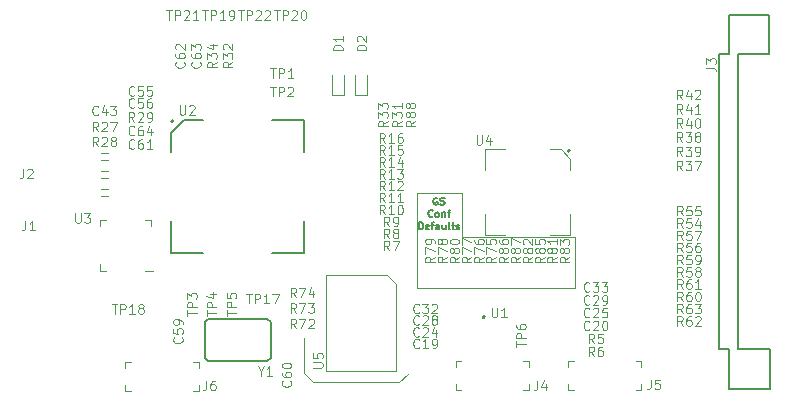
<source format=gbr>
G04 #@! TF.GenerationSoftware,KiCad,Pcbnew,5.1.5+dfsg1-2~bpo10+1*
G04 #@! TF.CreationDate,2020-03-16T13:02:23+01:00*
G04 #@! TF.ProjectId,SDI-bridge,5344492d-6272-4696-9467-652e6b696361,rev?*
G04 #@! TF.SameCoordinates,Original*
G04 #@! TF.FileFunction,Legend,Top*
G04 #@! TF.FilePolarity,Positive*
%FSLAX46Y46*%
G04 Gerber Fmt 4.6, Leading zero omitted, Abs format (unit mm)*
G04 Created by KiCad (PCBNEW 5.1.5+dfsg1-2~bpo10+1) date 2020-03-16 13:02:23*
%MOMM*%
%LPD*%
G04 APERTURE LIST*
%ADD10C,0.120000*%
%ADD11C,0.150000*%
%ADD12C,0.100000*%
%ADD13C,0.200000*%
%ADD14C,0.300000*%
G04 APERTURE END LIST*
D10*
X140060000Y-119660000D02*
X149550000Y-119660000D01*
X134710000Y-132000000D02*
X135410000Y-131300000D01*
X127410000Y-132000000D02*
X134710000Y-132000000D01*
X126610000Y-131200000D02*
X127410000Y-132000000D01*
X126610000Y-128210000D02*
X126610000Y-131200000D01*
X136210000Y-116010000D02*
X140060000Y-116010000D01*
X140060000Y-116010000D02*
X140060000Y-119660000D01*
D11*
X137941428Y-116380000D02*
X137884285Y-116351428D01*
X137798571Y-116351428D01*
X137712857Y-116380000D01*
X137655714Y-116437142D01*
X137627142Y-116494285D01*
X137598571Y-116608571D01*
X137598571Y-116694285D01*
X137627142Y-116808571D01*
X137655714Y-116865714D01*
X137712857Y-116922857D01*
X137798571Y-116951428D01*
X137855714Y-116951428D01*
X137941428Y-116922857D01*
X137970000Y-116894285D01*
X137970000Y-116694285D01*
X137855714Y-116694285D01*
X138198571Y-116922857D02*
X138284285Y-116951428D01*
X138427142Y-116951428D01*
X138484285Y-116922857D01*
X138512857Y-116894285D01*
X138541428Y-116837142D01*
X138541428Y-116780000D01*
X138512857Y-116722857D01*
X138484285Y-116694285D01*
X138427142Y-116665714D01*
X138312857Y-116637142D01*
X138255714Y-116608571D01*
X138227142Y-116580000D01*
X138198571Y-116522857D01*
X138198571Y-116465714D01*
X138227142Y-116408571D01*
X138255714Y-116380000D01*
X138312857Y-116351428D01*
X138455714Y-116351428D01*
X138541428Y-116380000D01*
X137541428Y-117944285D02*
X137512857Y-117972857D01*
X137427142Y-118001428D01*
X137370000Y-118001428D01*
X137284285Y-117972857D01*
X137227142Y-117915714D01*
X137198571Y-117858571D01*
X137170000Y-117744285D01*
X137170000Y-117658571D01*
X137198571Y-117544285D01*
X137227142Y-117487142D01*
X137284285Y-117430000D01*
X137370000Y-117401428D01*
X137427142Y-117401428D01*
X137512857Y-117430000D01*
X137541428Y-117458571D01*
X137884285Y-118001428D02*
X137827142Y-117972857D01*
X137798571Y-117944285D01*
X137770000Y-117887142D01*
X137770000Y-117715714D01*
X137798571Y-117658571D01*
X137827142Y-117630000D01*
X137884285Y-117601428D01*
X137970000Y-117601428D01*
X138027142Y-117630000D01*
X138055714Y-117658571D01*
X138084285Y-117715714D01*
X138084285Y-117887142D01*
X138055714Y-117944285D01*
X138027142Y-117972857D01*
X137970000Y-118001428D01*
X137884285Y-118001428D01*
X138341428Y-117601428D02*
X138341428Y-118001428D01*
X138341428Y-117658571D02*
X138370000Y-117630000D01*
X138427142Y-117601428D01*
X138512857Y-117601428D01*
X138570000Y-117630000D01*
X138598571Y-117687142D01*
X138598571Y-118001428D01*
X138798571Y-117601428D02*
X139027142Y-117601428D01*
X138884285Y-118001428D02*
X138884285Y-117487142D01*
X138912857Y-117430000D01*
X138970000Y-117401428D01*
X139027142Y-117401428D01*
X136370000Y-119051428D02*
X136370000Y-118451428D01*
X136512857Y-118451428D01*
X136598571Y-118480000D01*
X136655714Y-118537142D01*
X136684285Y-118594285D01*
X136712857Y-118708571D01*
X136712857Y-118794285D01*
X136684285Y-118908571D01*
X136655714Y-118965714D01*
X136598571Y-119022857D01*
X136512857Y-119051428D01*
X136370000Y-119051428D01*
X137198571Y-119022857D02*
X137141428Y-119051428D01*
X137027142Y-119051428D01*
X136970000Y-119022857D01*
X136941428Y-118965714D01*
X136941428Y-118737142D01*
X136970000Y-118680000D01*
X137027142Y-118651428D01*
X137141428Y-118651428D01*
X137198571Y-118680000D01*
X137227142Y-118737142D01*
X137227142Y-118794285D01*
X136941428Y-118851428D01*
X137398571Y-118651428D02*
X137627142Y-118651428D01*
X137484285Y-119051428D02*
X137484285Y-118537142D01*
X137512857Y-118480000D01*
X137570000Y-118451428D01*
X137627142Y-118451428D01*
X138084285Y-119051428D02*
X138084285Y-118737142D01*
X138055714Y-118680000D01*
X137998571Y-118651428D01*
X137884285Y-118651428D01*
X137827142Y-118680000D01*
X138084285Y-119022857D02*
X138027142Y-119051428D01*
X137884285Y-119051428D01*
X137827142Y-119022857D01*
X137798571Y-118965714D01*
X137798571Y-118908571D01*
X137827142Y-118851428D01*
X137884285Y-118822857D01*
X138027142Y-118822857D01*
X138084285Y-118794285D01*
X138627142Y-118651428D02*
X138627142Y-119051428D01*
X138370000Y-118651428D02*
X138370000Y-118965714D01*
X138398571Y-119022857D01*
X138455714Y-119051428D01*
X138541428Y-119051428D01*
X138598571Y-119022857D01*
X138627142Y-118994285D01*
X138998571Y-119051428D02*
X138941428Y-119022857D01*
X138912857Y-118965714D01*
X138912857Y-118451428D01*
X139141428Y-118651428D02*
X139370000Y-118651428D01*
X139227142Y-118451428D02*
X139227142Y-118965714D01*
X139255714Y-119022857D01*
X139312857Y-119051428D01*
X139370000Y-119051428D01*
X139541428Y-119022857D02*
X139598571Y-119051428D01*
X139712857Y-119051428D01*
X139770000Y-119022857D01*
X139798571Y-118965714D01*
X139798571Y-118937142D01*
X139770000Y-118880000D01*
X139712857Y-118851428D01*
X139627142Y-118851428D01*
X139570000Y-118822857D01*
X139541428Y-118765714D01*
X139541428Y-118737142D01*
X139570000Y-118680000D01*
X139627142Y-118651428D01*
X139712857Y-118651428D01*
X139770000Y-118680000D01*
D10*
X149550000Y-124020000D02*
X149550000Y-119660000D01*
X136210000Y-124020000D02*
X149550000Y-124020000D01*
X136210000Y-116010000D02*
X136210000Y-124020000D01*
D12*
X117725000Y-132721000D02*
X117725000Y-132221000D01*
X117725000Y-132721000D02*
X117225000Y-132721000D01*
X117725000Y-130271000D02*
X117725000Y-130771000D01*
X117725000Y-130271000D02*
X117225000Y-130271000D01*
X111485000Y-132721000D02*
X111485000Y-132221000D01*
X111485000Y-130271000D02*
X111485000Y-130771000D01*
X111485000Y-132721000D02*
X111985000Y-132721000D01*
X111485000Y-130271000D02*
X111985000Y-130271000D01*
D13*
X149170000Y-112390000D02*
G75*
G03X149170000Y-112390000I-100000J0D01*
G01*
D10*
X148370000Y-112270000D02*
X147440000Y-112270000D01*
X149190000Y-113090000D02*
X148370000Y-112270000D01*
X149190000Y-114020000D02*
X149190000Y-113090000D01*
X141950000Y-112270000D02*
X143700000Y-112270000D01*
X141950000Y-114020000D02*
X141950000Y-112270000D01*
X149190000Y-119510000D02*
X147440000Y-119510000D01*
X149190000Y-117760000D02*
X149190000Y-119510000D01*
X141950000Y-119510000D02*
X143700000Y-119510000D01*
X141950000Y-117760000D02*
X141950000Y-119510000D01*
X149190000Y-119510000D02*
X147440000Y-119510000D01*
X149190000Y-117760000D02*
X149190000Y-119510000D01*
X149190000Y-119510000D02*
X147440000Y-119510000D01*
X149190000Y-117760000D02*
X149190000Y-119510000D01*
X113150000Y-122535000D02*
X113850000Y-122535000D01*
X113675000Y-118235000D02*
X113675000Y-118760000D01*
X113150000Y-118235000D02*
X113675000Y-118235000D01*
X109375000Y-118235000D02*
X109375000Y-118760000D01*
X109900000Y-118235000D02*
X109375000Y-118235000D01*
X109375000Y-122535000D02*
X109375000Y-122010000D01*
X109900000Y-122535000D02*
X109375000Y-122535000D01*
X132000000Y-107700000D02*
X132000000Y-106000000D01*
X131200000Y-107700000D02*
X132000000Y-107700000D01*
X131000000Y-107700000D02*
X131200000Y-107700000D01*
X131000000Y-107600000D02*
X131000000Y-107700000D01*
X131000000Y-107500000D02*
X131000000Y-107600000D01*
X131000000Y-107500000D02*
X131000000Y-106000000D01*
D14*
X141875000Y-126450000D02*
G75*
G03X141875000Y-126450000I-50000J0D01*
G01*
D11*
X161775000Y-129200000D02*
X161775000Y-104200000D01*
X163425000Y-129200000D02*
X163425000Y-104200000D01*
X163425000Y-129200000D02*
X166080000Y-129200000D01*
X163425000Y-104200000D02*
X166010000Y-104200000D01*
X166080000Y-129260000D02*
X166080000Y-132540000D01*
X166040000Y-104200000D02*
X166040000Y-100860000D01*
X166050000Y-132560000D02*
X162600000Y-132560000D01*
X166040000Y-100860000D02*
X162600000Y-100860000D01*
X162600000Y-132530000D02*
X162600000Y-129200000D01*
X162600000Y-100890000D02*
X162600000Y-104200000D01*
X162600000Y-129200000D02*
X161775000Y-129200000D01*
X162600000Y-104200000D02*
X161775000Y-104200000D01*
D12*
X148975000Y-130175000D02*
X148975000Y-130675000D01*
X148975000Y-130175000D02*
X149475000Y-130175000D01*
X148975000Y-132625000D02*
X148975000Y-132125000D01*
X148975000Y-132625000D02*
X149475000Y-132625000D01*
X155215000Y-130175000D02*
X155215000Y-130675000D01*
X155215000Y-132625000D02*
X155215000Y-132125000D01*
X155215000Y-130175000D02*
X154715000Y-130175000D01*
X155215000Y-132625000D02*
X154715000Y-132625000D01*
X139475000Y-130175000D02*
X139475000Y-130675000D01*
X139475000Y-130175000D02*
X139975000Y-130175000D01*
X139475000Y-132625000D02*
X139475000Y-132125000D01*
X139475000Y-132625000D02*
X139975000Y-132625000D01*
X145715000Y-130175000D02*
X145715000Y-130675000D01*
X145715000Y-132625000D02*
X145715000Y-132125000D01*
X145715000Y-130175000D02*
X145215000Y-130175000D01*
X145715000Y-132625000D02*
X145215000Y-132625000D01*
D10*
X128545000Y-122915000D02*
X133645000Y-122915000D01*
X128545000Y-131015000D02*
X128545000Y-122915000D01*
X134445000Y-131015000D02*
X128545000Y-131015000D01*
X134445000Y-123715000D02*
X134445000Y-131015000D01*
X133645000Y-122915000D02*
X134445000Y-123715000D01*
D13*
X115600000Y-109900000D02*
G75*
G03X115600000Y-109900000I-100000J0D01*
G01*
D11*
X115350000Y-110900000D02*
X115350000Y-112500000D01*
X116500000Y-109750000D02*
X115350000Y-110900000D01*
X118100000Y-109750000D02*
X116500000Y-109750000D01*
X115350000Y-121050000D02*
X115350000Y-118300000D01*
X118100000Y-121050000D02*
X115350000Y-121050000D01*
X126650000Y-109750000D02*
X126650000Y-112500000D01*
X123900000Y-109750000D02*
X126650000Y-109750000D01*
X126650000Y-121050000D02*
X126650000Y-118300000D01*
X123900000Y-121050000D02*
X126650000Y-121050000D01*
X126650000Y-109750000D02*
X126650000Y-112500000D01*
X123900000Y-109750000D02*
X126650000Y-109750000D01*
X126650000Y-109750000D02*
X126650000Y-112500000D01*
X123900000Y-109750000D02*
X126650000Y-109750000D01*
D10*
X130000000Y-107700000D02*
X130000000Y-106000000D01*
X129200000Y-107700000D02*
X130000000Y-107700000D01*
X129000000Y-107700000D02*
X129200000Y-107700000D01*
X129000000Y-107600000D02*
X129000000Y-107700000D01*
X129000000Y-107500000D02*
X129000000Y-107600000D01*
X129000000Y-107500000D02*
X129000000Y-106000000D01*
D11*
X118250000Y-129900000D02*
X118550000Y-130200000D01*
X123550000Y-126600000D02*
X123850000Y-126900000D01*
X118550000Y-126600000D02*
X118250000Y-126900000D01*
X123850000Y-129900000D02*
X123550000Y-130200000D01*
X123550000Y-130200000D02*
X118550000Y-130200000D01*
X123850000Y-126900000D02*
X123850000Y-129900000D01*
X118550000Y-126600000D02*
X123550000Y-126600000D01*
X118250000Y-129900000D02*
X118250000Y-126900000D01*
D10*
X110050000Y-116200000D02*
X109450000Y-116200000D01*
X110050000Y-115600000D02*
X109450000Y-115600000D01*
X110050000Y-114700000D02*
X109450000Y-114700000D01*
X110050000Y-114100000D02*
X109450000Y-114100000D01*
X110050000Y-113200000D02*
X109450000Y-113200000D01*
X110050000Y-112600000D02*
X109450000Y-112600000D01*
X118383333Y-131871904D02*
X118383333Y-132443333D01*
X118345238Y-132557619D01*
X118269047Y-132633809D01*
X118154761Y-132671904D01*
X118078571Y-132671904D01*
X119107142Y-131871904D02*
X118954761Y-131871904D01*
X118878571Y-131910000D01*
X118840476Y-131948095D01*
X118764285Y-132062380D01*
X118726190Y-132214761D01*
X118726190Y-132519523D01*
X118764285Y-132595714D01*
X118802380Y-132633809D01*
X118878571Y-132671904D01*
X119030952Y-132671904D01*
X119107142Y-132633809D01*
X119145238Y-132595714D01*
X119183333Y-132519523D01*
X119183333Y-132329047D01*
X119145238Y-132252857D01*
X119107142Y-132214761D01*
X119030952Y-132176666D01*
X118878571Y-132176666D01*
X118802380Y-132214761D01*
X118764285Y-132252857D01*
X118726190Y-132329047D01*
X141250476Y-111071904D02*
X141250476Y-111719523D01*
X141288571Y-111795714D01*
X141326666Y-111833809D01*
X141402857Y-111871904D01*
X141555238Y-111871904D01*
X141631428Y-111833809D01*
X141669523Y-111795714D01*
X141707619Y-111719523D01*
X141707619Y-111071904D01*
X142431428Y-111338571D02*
X142431428Y-111871904D01*
X142240952Y-111033809D02*
X142050476Y-111605238D01*
X142545714Y-111605238D01*
X121079523Y-100491904D02*
X121536666Y-100491904D01*
X121308095Y-101291904D02*
X121308095Y-100491904D01*
X121803333Y-101291904D02*
X121803333Y-100491904D01*
X122108095Y-100491904D01*
X122184285Y-100530000D01*
X122222380Y-100568095D01*
X122260476Y-100644285D01*
X122260476Y-100758571D01*
X122222380Y-100834761D01*
X122184285Y-100872857D01*
X122108095Y-100910952D01*
X121803333Y-100910952D01*
X122565238Y-100568095D02*
X122603333Y-100530000D01*
X122679523Y-100491904D01*
X122870000Y-100491904D01*
X122946190Y-100530000D01*
X122984285Y-100568095D01*
X123022380Y-100644285D01*
X123022380Y-100720476D01*
X122984285Y-100834761D01*
X122527142Y-101291904D01*
X123022380Y-101291904D01*
X123327142Y-100568095D02*
X123365238Y-100530000D01*
X123441428Y-100491904D01*
X123631904Y-100491904D01*
X123708095Y-100530000D01*
X123746190Y-100568095D01*
X123784285Y-100644285D01*
X123784285Y-100720476D01*
X123746190Y-100834761D01*
X123289047Y-101291904D01*
X123784285Y-101291904D01*
X114999523Y-100491904D02*
X115456666Y-100491904D01*
X115228095Y-101291904D02*
X115228095Y-100491904D01*
X115723333Y-101291904D02*
X115723333Y-100491904D01*
X116028095Y-100491904D01*
X116104285Y-100530000D01*
X116142380Y-100568095D01*
X116180476Y-100644285D01*
X116180476Y-100758571D01*
X116142380Y-100834761D01*
X116104285Y-100872857D01*
X116028095Y-100910952D01*
X115723333Y-100910952D01*
X116485238Y-100568095D02*
X116523333Y-100530000D01*
X116599523Y-100491904D01*
X116790000Y-100491904D01*
X116866190Y-100530000D01*
X116904285Y-100568095D01*
X116942380Y-100644285D01*
X116942380Y-100720476D01*
X116904285Y-100834761D01*
X116447142Y-101291904D01*
X116942380Y-101291904D01*
X117704285Y-101291904D02*
X117247142Y-101291904D01*
X117475714Y-101291904D02*
X117475714Y-100491904D01*
X117399523Y-100606190D01*
X117323333Y-100682380D01*
X117247142Y-100720476D01*
X124119523Y-100491904D02*
X124576666Y-100491904D01*
X124348095Y-101291904D02*
X124348095Y-100491904D01*
X124843333Y-101291904D02*
X124843333Y-100491904D01*
X125148095Y-100491904D01*
X125224285Y-100530000D01*
X125262380Y-100568095D01*
X125300476Y-100644285D01*
X125300476Y-100758571D01*
X125262380Y-100834761D01*
X125224285Y-100872857D01*
X125148095Y-100910952D01*
X124843333Y-100910952D01*
X125605238Y-100568095D02*
X125643333Y-100530000D01*
X125719523Y-100491904D01*
X125910000Y-100491904D01*
X125986190Y-100530000D01*
X126024285Y-100568095D01*
X126062380Y-100644285D01*
X126062380Y-100720476D01*
X126024285Y-100834761D01*
X125567142Y-101291904D01*
X126062380Y-101291904D01*
X126557619Y-100491904D02*
X126633809Y-100491904D01*
X126710000Y-100530000D01*
X126748095Y-100568095D01*
X126786190Y-100644285D01*
X126824285Y-100796666D01*
X126824285Y-100987142D01*
X126786190Y-101139523D01*
X126748095Y-101215714D01*
X126710000Y-101253809D01*
X126633809Y-101291904D01*
X126557619Y-101291904D01*
X126481428Y-101253809D01*
X126443333Y-101215714D01*
X126405238Y-101139523D01*
X126367142Y-100987142D01*
X126367142Y-100796666D01*
X126405238Y-100644285D01*
X126443333Y-100568095D01*
X126481428Y-100530000D01*
X126557619Y-100491904D01*
X118039523Y-100491904D02*
X118496666Y-100491904D01*
X118268095Y-101291904D02*
X118268095Y-100491904D01*
X118763333Y-101291904D02*
X118763333Y-100491904D01*
X119068095Y-100491904D01*
X119144285Y-100530000D01*
X119182380Y-100568095D01*
X119220476Y-100644285D01*
X119220476Y-100758571D01*
X119182380Y-100834761D01*
X119144285Y-100872857D01*
X119068095Y-100910952D01*
X118763333Y-100910952D01*
X119982380Y-101291904D02*
X119525238Y-101291904D01*
X119753809Y-101291904D02*
X119753809Y-100491904D01*
X119677619Y-100606190D01*
X119601428Y-100682380D01*
X119525238Y-100720476D01*
X120363333Y-101291904D02*
X120515714Y-101291904D01*
X120591904Y-101253809D01*
X120630000Y-101215714D01*
X120706190Y-101101428D01*
X120744285Y-100949047D01*
X120744285Y-100644285D01*
X120706190Y-100568095D01*
X120668095Y-100530000D01*
X120591904Y-100491904D01*
X120439523Y-100491904D01*
X120363333Y-100530000D01*
X120325238Y-100568095D01*
X120287142Y-100644285D01*
X120287142Y-100834761D01*
X120325238Y-100910952D01*
X120363333Y-100949047D01*
X120439523Y-100987142D01*
X120591904Y-100987142D01*
X120668095Y-100949047D01*
X120706190Y-100910952D01*
X120744285Y-100834761D01*
X107270476Y-117701904D02*
X107270476Y-118349523D01*
X107308571Y-118425714D01*
X107346666Y-118463809D01*
X107422857Y-118501904D01*
X107575238Y-118501904D01*
X107651428Y-118463809D01*
X107689523Y-118425714D01*
X107727619Y-118349523D01*
X107727619Y-117701904D01*
X108032380Y-117701904D02*
X108527619Y-117701904D01*
X108260952Y-118006666D01*
X108375238Y-118006666D01*
X108451428Y-118044761D01*
X108489523Y-118082857D01*
X108527619Y-118159047D01*
X108527619Y-118349523D01*
X108489523Y-118425714D01*
X108451428Y-118463809D01*
X108375238Y-118501904D01*
X108146666Y-118501904D01*
X108070476Y-118463809D01*
X108032380Y-118425714D01*
X136071904Y-109864285D02*
X135690952Y-110130952D01*
X136071904Y-110321428D02*
X135271904Y-110321428D01*
X135271904Y-110016666D01*
X135310000Y-109940476D01*
X135348095Y-109902380D01*
X135424285Y-109864285D01*
X135538571Y-109864285D01*
X135614761Y-109902380D01*
X135652857Y-109940476D01*
X135690952Y-110016666D01*
X135690952Y-110321428D01*
X135614761Y-109407142D02*
X135576666Y-109483333D01*
X135538571Y-109521428D01*
X135462380Y-109559523D01*
X135424285Y-109559523D01*
X135348095Y-109521428D01*
X135310000Y-109483333D01*
X135271904Y-109407142D01*
X135271904Y-109254761D01*
X135310000Y-109178571D01*
X135348095Y-109140476D01*
X135424285Y-109102380D01*
X135462380Y-109102380D01*
X135538571Y-109140476D01*
X135576666Y-109178571D01*
X135614761Y-109254761D01*
X135614761Y-109407142D01*
X135652857Y-109483333D01*
X135690952Y-109521428D01*
X135767142Y-109559523D01*
X135919523Y-109559523D01*
X135995714Y-109521428D01*
X136033809Y-109483333D01*
X136071904Y-109407142D01*
X136071904Y-109254761D01*
X136033809Y-109178571D01*
X135995714Y-109140476D01*
X135919523Y-109102380D01*
X135767142Y-109102380D01*
X135690952Y-109140476D01*
X135652857Y-109178571D01*
X135614761Y-109254761D01*
X135614761Y-108645238D02*
X135576666Y-108721428D01*
X135538571Y-108759523D01*
X135462380Y-108797619D01*
X135424285Y-108797619D01*
X135348095Y-108759523D01*
X135310000Y-108721428D01*
X135271904Y-108645238D01*
X135271904Y-108492857D01*
X135310000Y-108416666D01*
X135348095Y-108378571D01*
X135424285Y-108340476D01*
X135462380Y-108340476D01*
X135538571Y-108378571D01*
X135576666Y-108416666D01*
X135614761Y-108492857D01*
X135614761Y-108645238D01*
X135652857Y-108721428D01*
X135690952Y-108759523D01*
X135767142Y-108797619D01*
X135919523Y-108797619D01*
X135995714Y-108759523D01*
X136033809Y-108721428D01*
X136071904Y-108645238D01*
X136071904Y-108492857D01*
X136033809Y-108416666D01*
X135995714Y-108378571D01*
X135919523Y-108340476D01*
X135767142Y-108340476D01*
X135690952Y-108378571D01*
X135652857Y-108416666D01*
X135614761Y-108492857D01*
X144955534Y-121359285D02*
X144574582Y-121625952D01*
X144955534Y-121816428D02*
X144155534Y-121816428D01*
X144155534Y-121511666D01*
X144193630Y-121435476D01*
X144231725Y-121397380D01*
X144307915Y-121359285D01*
X144422201Y-121359285D01*
X144498391Y-121397380D01*
X144536487Y-121435476D01*
X144574582Y-121511666D01*
X144574582Y-121816428D01*
X144498391Y-120902142D02*
X144460296Y-120978333D01*
X144422201Y-121016428D01*
X144346010Y-121054523D01*
X144307915Y-121054523D01*
X144231725Y-121016428D01*
X144193630Y-120978333D01*
X144155534Y-120902142D01*
X144155534Y-120749761D01*
X144193630Y-120673571D01*
X144231725Y-120635476D01*
X144307915Y-120597380D01*
X144346010Y-120597380D01*
X144422201Y-120635476D01*
X144460296Y-120673571D01*
X144498391Y-120749761D01*
X144498391Y-120902142D01*
X144536487Y-120978333D01*
X144574582Y-121016428D01*
X144650772Y-121054523D01*
X144803153Y-121054523D01*
X144879344Y-121016428D01*
X144917439Y-120978333D01*
X144955534Y-120902142D01*
X144955534Y-120749761D01*
X144917439Y-120673571D01*
X144879344Y-120635476D01*
X144803153Y-120597380D01*
X144650772Y-120597380D01*
X144574582Y-120635476D01*
X144536487Y-120673571D01*
X144498391Y-120749761D01*
X144155534Y-120330714D02*
X144155534Y-119797380D01*
X144955534Y-120140238D01*
X143921444Y-121359285D02*
X143540492Y-121625952D01*
X143921444Y-121816428D02*
X143121444Y-121816428D01*
X143121444Y-121511666D01*
X143159540Y-121435476D01*
X143197635Y-121397380D01*
X143273825Y-121359285D01*
X143388111Y-121359285D01*
X143464301Y-121397380D01*
X143502397Y-121435476D01*
X143540492Y-121511666D01*
X143540492Y-121816428D01*
X143464301Y-120902142D02*
X143426206Y-120978333D01*
X143388111Y-121016428D01*
X143311920Y-121054523D01*
X143273825Y-121054523D01*
X143197635Y-121016428D01*
X143159540Y-120978333D01*
X143121444Y-120902142D01*
X143121444Y-120749761D01*
X143159540Y-120673571D01*
X143197635Y-120635476D01*
X143273825Y-120597380D01*
X143311920Y-120597380D01*
X143388111Y-120635476D01*
X143426206Y-120673571D01*
X143464301Y-120749761D01*
X143464301Y-120902142D01*
X143502397Y-120978333D01*
X143540492Y-121016428D01*
X143616682Y-121054523D01*
X143769063Y-121054523D01*
X143845254Y-121016428D01*
X143883349Y-120978333D01*
X143921444Y-120902142D01*
X143921444Y-120749761D01*
X143883349Y-120673571D01*
X143845254Y-120635476D01*
X143769063Y-120597380D01*
X143616682Y-120597380D01*
X143540492Y-120635476D01*
X143502397Y-120673571D01*
X143464301Y-120749761D01*
X143121444Y-119911666D02*
X143121444Y-120064047D01*
X143159540Y-120140238D01*
X143197635Y-120178333D01*
X143311920Y-120254523D01*
X143464301Y-120292619D01*
X143769063Y-120292619D01*
X143845254Y-120254523D01*
X143883349Y-120216428D01*
X143921444Y-120140238D01*
X143921444Y-119987857D01*
X143883349Y-119911666D01*
X143845254Y-119873571D01*
X143769063Y-119835476D01*
X143578587Y-119835476D01*
X143502397Y-119873571D01*
X143464301Y-119911666D01*
X143426206Y-119987857D01*
X143426206Y-120140238D01*
X143464301Y-120216428D01*
X143502397Y-120254523D01*
X143578587Y-120292619D01*
X147023714Y-121359285D02*
X146642762Y-121625952D01*
X147023714Y-121816428D02*
X146223714Y-121816428D01*
X146223714Y-121511666D01*
X146261810Y-121435476D01*
X146299905Y-121397380D01*
X146376095Y-121359285D01*
X146490381Y-121359285D01*
X146566571Y-121397380D01*
X146604667Y-121435476D01*
X146642762Y-121511666D01*
X146642762Y-121816428D01*
X146566571Y-120902142D02*
X146528476Y-120978333D01*
X146490381Y-121016428D01*
X146414190Y-121054523D01*
X146376095Y-121054523D01*
X146299905Y-121016428D01*
X146261810Y-120978333D01*
X146223714Y-120902142D01*
X146223714Y-120749761D01*
X146261810Y-120673571D01*
X146299905Y-120635476D01*
X146376095Y-120597380D01*
X146414190Y-120597380D01*
X146490381Y-120635476D01*
X146528476Y-120673571D01*
X146566571Y-120749761D01*
X146566571Y-120902142D01*
X146604667Y-120978333D01*
X146642762Y-121016428D01*
X146718952Y-121054523D01*
X146871333Y-121054523D01*
X146947524Y-121016428D01*
X146985619Y-120978333D01*
X147023714Y-120902142D01*
X147023714Y-120749761D01*
X146985619Y-120673571D01*
X146947524Y-120635476D01*
X146871333Y-120597380D01*
X146718952Y-120597380D01*
X146642762Y-120635476D01*
X146604667Y-120673571D01*
X146566571Y-120749761D01*
X146223714Y-119873571D02*
X146223714Y-120254523D01*
X146604667Y-120292619D01*
X146566571Y-120254523D01*
X146528476Y-120178333D01*
X146528476Y-119987857D01*
X146566571Y-119911666D01*
X146604667Y-119873571D01*
X146680857Y-119835476D01*
X146871333Y-119835476D01*
X146947524Y-119873571D01*
X146985619Y-119911666D01*
X147023714Y-119987857D01*
X147023714Y-120178333D01*
X146985619Y-120254523D01*
X146947524Y-120292619D01*
X149091894Y-121359285D02*
X148710942Y-121625952D01*
X149091894Y-121816428D02*
X148291894Y-121816428D01*
X148291894Y-121511666D01*
X148329990Y-121435476D01*
X148368085Y-121397380D01*
X148444275Y-121359285D01*
X148558561Y-121359285D01*
X148634751Y-121397380D01*
X148672847Y-121435476D01*
X148710942Y-121511666D01*
X148710942Y-121816428D01*
X148634751Y-120902142D02*
X148596656Y-120978333D01*
X148558561Y-121016428D01*
X148482370Y-121054523D01*
X148444275Y-121054523D01*
X148368085Y-121016428D01*
X148329990Y-120978333D01*
X148291894Y-120902142D01*
X148291894Y-120749761D01*
X148329990Y-120673571D01*
X148368085Y-120635476D01*
X148444275Y-120597380D01*
X148482370Y-120597380D01*
X148558561Y-120635476D01*
X148596656Y-120673571D01*
X148634751Y-120749761D01*
X148634751Y-120902142D01*
X148672847Y-120978333D01*
X148710942Y-121016428D01*
X148787132Y-121054523D01*
X148939513Y-121054523D01*
X149015704Y-121016428D01*
X149053799Y-120978333D01*
X149091894Y-120902142D01*
X149091894Y-120749761D01*
X149053799Y-120673571D01*
X149015704Y-120635476D01*
X148939513Y-120597380D01*
X148787132Y-120597380D01*
X148710942Y-120635476D01*
X148672847Y-120673571D01*
X148634751Y-120749761D01*
X148291894Y-120330714D02*
X148291894Y-119835476D01*
X148596656Y-120102142D01*
X148596656Y-119987857D01*
X148634751Y-119911666D01*
X148672847Y-119873571D01*
X148749037Y-119835476D01*
X148939513Y-119835476D01*
X149015704Y-119873571D01*
X149053799Y-119911666D01*
X149091894Y-119987857D01*
X149091894Y-120216428D01*
X149053799Y-120292619D01*
X149015704Y-120330714D01*
X145989624Y-121359285D02*
X145608672Y-121625952D01*
X145989624Y-121816428D02*
X145189624Y-121816428D01*
X145189624Y-121511666D01*
X145227720Y-121435476D01*
X145265815Y-121397380D01*
X145342005Y-121359285D01*
X145456291Y-121359285D01*
X145532481Y-121397380D01*
X145570577Y-121435476D01*
X145608672Y-121511666D01*
X145608672Y-121816428D01*
X145532481Y-120902142D02*
X145494386Y-120978333D01*
X145456291Y-121016428D01*
X145380100Y-121054523D01*
X145342005Y-121054523D01*
X145265815Y-121016428D01*
X145227720Y-120978333D01*
X145189624Y-120902142D01*
X145189624Y-120749761D01*
X145227720Y-120673571D01*
X145265815Y-120635476D01*
X145342005Y-120597380D01*
X145380100Y-120597380D01*
X145456291Y-120635476D01*
X145494386Y-120673571D01*
X145532481Y-120749761D01*
X145532481Y-120902142D01*
X145570577Y-120978333D01*
X145608672Y-121016428D01*
X145684862Y-121054523D01*
X145837243Y-121054523D01*
X145913434Y-121016428D01*
X145951529Y-120978333D01*
X145989624Y-120902142D01*
X145989624Y-120749761D01*
X145951529Y-120673571D01*
X145913434Y-120635476D01*
X145837243Y-120597380D01*
X145684862Y-120597380D01*
X145608672Y-120635476D01*
X145570577Y-120673571D01*
X145532481Y-120749761D01*
X145265815Y-120292619D02*
X145227720Y-120254523D01*
X145189624Y-120178333D01*
X145189624Y-119987857D01*
X145227720Y-119911666D01*
X145265815Y-119873571D01*
X145342005Y-119835476D01*
X145418196Y-119835476D01*
X145532481Y-119873571D01*
X145989624Y-120330714D01*
X145989624Y-119835476D01*
X148057804Y-121359285D02*
X147676852Y-121625952D01*
X148057804Y-121816428D02*
X147257804Y-121816428D01*
X147257804Y-121511666D01*
X147295900Y-121435476D01*
X147333995Y-121397380D01*
X147410185Y-121359285D01*
X147524471Y-121359285D01*
X147600661Y-121397380D01*
X147638757Y-121435476D01*
X147676852Y-121511666D01*
X147676852Y-121816428D01*
X147600661Y-120902142D02*
X147562566Y-120978333D01*
X147524471Y-121016428D01*
X147448280Y-121054523D01*
X147410185Y-121054523D01*
X147333995Y-121016428D01*
X147295900Y-120978333D01*
X147257804Y-120902142D01*
X147257804Y-120749761D01*
X147295900Y-120673571D01*
X147333995Y-120635476D01*
X147410185Y-120597380D01*
X147448280Y-120597380D01*
X147524471Y-120635476D01*
X147562566Y-120673571D01*
X147600661Y-120749761D01*
X147600661Y-120902142D01*
X147638757Y-120978333D01*
X147676852Y-121016428D01*
X147753042Y-121054523D01*
X147905423Y-121054523D01*
X147981614Y-121016428D01*
X148019709Y-120978333D01*
X148057804Y-120902142D01*
X148057804Y-120749761D01*
X148019709Y-120673571D01*
X147981614Y-120635476D01*
X147905423Y-120597380D01*
X147753042Y-120597380D01*
X147676852Y-120635476D01*
X147638757Y-120673571D01*
X147600661Y-120749761D01*
X148057804Y-119835476D02*
X148057804Y-120292619D01*
X148057804Y-120064047D02*
X147257804Y-120064047D01*
X147372090Y-120140238D01*
X147448280Y-120216428D01*
X147486376Y-120292619D01*
X139785084Y-121359285D02*
X139404132Y-121625952D01*
X139785084Y-121816428D02*
X138985084Y-121816428D01*
X138985084Y-121511666D01*
X139023180Y-121435476D01*
X139061275Y-121397380D01*
X139137465Y-121359285D01*
X139251751Y-121359285D01*
X139327941Y-121397380D01*
X139366037Y-121435476D01*
X139404132Y-121511666D01*
X139404132Y-121816428D01*
X139327941Y-120902142D02*
X139289846Y-120978333D01*
X139251751Y-121016428D01*
X139175560Y-121054523D01*
X139137465Y-121054523D01*
X139061275Y-121016428D01*
X139023180Y-120978333D01*
X138985084Y-120902142D01*
X138985084Y-120749761D01*
X139023180Y-120673571D01*
X139061275Y-120635476D01*
X139137465Y-120597380D01*
X139175560Y-120597380D01*
X139251751Y-120635476D01*
X139289846Y-120673571D01*
X139327941Y-120749761D01*
X139327941Y-120902142D01*
X139366037Y-120978333D01*
X139404132Y-121016428D01*
X139480322Y-121054523D01*
X139632703Y-121054523D01*
X139708894Y-121016428D01*
X139746989Y-120978333D01*
X139785084Y-120902142D01*
X139785084Y-120749761D01*
X139746989Y-120673571D01*
X139708894Y-120635476D01*
X139632703Y-120597380D01*
X139480322Y-120597380D01*
X139404132Y-120635476D01*
X139366037Y-120673571D01*
X139327941Y-120749761D01*
X138985084Y-120102142D02*
X138985084Y-120025952D01*
X139023180Y-119949761D01*
X139061275Y-119911666D01*
X139137465Y-119873571D01*
X139289846Y-119835476D01*
X139480322Y-119835476D01*
X139632703Y-119873571D01*
X139708894Y-119911666D01*
X139746989Y-119949761D01*
X139785084Y-120025952D01*
X139785084Y-120102142D01*
X139746989Y-120178333D01*
X139708894Y-120216428D01*
X139632703Y-120254523D01*
X139480322Y-120292619D01*
X139289846Y-120292619D01*
X139137465Y-120254523D01*
X139061275Y-120216428D01*
X139023180Y-120178333D01*
X138985084Y-120102142D01*
X137716904Y-121359285D02*
X137335952Y-121625952D01*
X137716904Y-121816428D02*
X136916904Y-121816428D01*
X136916904Y-121511666D01*
X136955000Y-121435476D01*
X136993095Y-121397380D01*
X137069285Y-121359285D01*
X137183571Y-121359285D01*
X137259761Y-121397380D01*
X137297857Y-121435476D01*
X137335952Y-121511666D01*
X137335952Y-121816428D01*
X136916904Y-121092619D02*
X136916904Y-120559285D01*
X137716904Y-120902142D01*
X137716904Y-120216428D02*
X137716904Y-120064047D01*
X137678809Y-119987857D01*
X137640714Y-119949761D01*
X137526428Y-119873571D01*
X137374047Y-119835476D01*
X137069285Y-119835476D01*
X136993095Y-119873571D01*
X136955000Y-119911666D01*
X136916904Y-119987857D01*
X136916904Y-120140238D01*
X136955000Y-120216428D01*
X136993095Y-120254523D01*
X137069285Y-120292619D01*
X137259761Y-120292619D01*
X137335952Y-120254523D01*
X137374047Y-120216428D01*
X137412142Y-120140238D01*
X137412142Y-119987857D01*
X137374047Y-119911666D01*
X137335952Y-119873571D01*
X137259761Y-119835476D01*
X138750994Y-121359285D02*
X138370042Y-121625952D01*
X138750994Y-121816428D02*
X137950994Y-121816428D01*
X137950994Y-121511666D01*
X137989090Y-121435476D01*
X138027185Y-121397380D01*
X138103375Y-121359285D01*
X138217661Y-121359285D01*
X138293851Y-121397380D01*
X138331947Y-121435476D01*
X138370042Y-121511666D01*
X138370042Y-121816428D01*
X137950994Y-121092619D02*
X137950994Y-120559285D01*
X138750994Y-120902142D01*
X138293851Y-120140238D02*
X138255756Y-120216428D01*
X138217661Y-120254523D01*
X138141470Y-120292619D01*
X138103375Y-120292619D01*
X138027185Y-120254523D01*
X137989090Y-120216428D01*
X137950994Y-120140238D01*
X137950994Y-119987857D01*
X137989090Y-119911666D01*
X138027185Y-119873571D01*
X138103375Y-119835476D01*
X138141470Y-119835476D01*
X138217661Y-119873571D01*
X138255756Y-119911666D01*
X138293851Y-119987857D01*
X138293851Y-120140238D01*
X138331947Y-120216428D01*
X138370042Y-120254523D01*
X138446232Y-120292619D01*
X138598613Y-120292619D01*
X138674804Y-120254523D01*
X138712899Y-120216428D01*
X138750994Y-120140238D01*
X138750994Y-119987857D01*
X138712899Y-119911666D01*
X138674804Y-119873571D01*
X138598613Y-119835476D01*
X138446232Y-119835476D01*
X138370042Y-119873571D01*
X138331947Y-119911666D01*
X138293851Y-119987857D01*
X140819174Y-121359285D02*
X140438222Y-121625952D01*
X140819174Y-121816428D02*
X140019174Y-121816428D01*
X140019174Y-121511666D01*
X140057270Y-121435476D01*
X140095365Y-121397380D01*
X140171555Y-121359285D01*
X140285841Y-121359285D01*
X140362031Y-121397380D01*
X140400127Y-121435476D01*
X140438222Y-121511666D01*
X140438222Y-121816428D01*
X140019174Y-121092619D02*
X140019174Y-120559285D01*
X140819174Y-120902142D01*
X140019174Y-120330714D02*
X140019174Y-119797380D01*
X140819174Y-120140238D01*
X141853264Y-121359285D02*
X141472312Y-121625952D01*
X141853264Y-121816428D02*
X141053264Y-121816428D01*
X141053264Y-121511666D01*
X141091360Y-121435476D01*
X141129455Y-121397380D01*
X141205645Y-121359285D01*
X141319931Y-121359285D01*
X141396121Y-121397380D01*
X141434217Y-121435476D01*
X141472312Y-121511666D01*
X141472312Y-121816428D01*
X141053264Y-121092619D02*
X141053264Y-120559285D01*
X141853264Y-120902142D01*
X141053264Y-119911666D02*
X141053264Y-120064047D01*
X141091360Y-120140238D01*
X141129455Y-120178333D01*
X141243740Y-120254523D01*
X141396121Y-120292619D01*
X141700883Y-120292619D01*
X141777074Y-120254523D01*
X141815169Y-120216428D01*
X141853264Y-120140238D01*
X141853264Y-119987857D01*
X141815169Y-119911666D01*
X141777074Y-119873571D01*
X141700883Y-119835476D01*
X141510407Y-119835476D01*
X141434217Y-119873571D01*
X141396121Y-119911666D01*
X141358026Y-119987857D01*
X141358026Y-120140238D01*
X141396121Y-120216428D01*
X141434217Y-120254523D01*
X141510407Y-120292619D01*
X142887354Y-121359285D02*
X142506402Y-121625952D01*
X142887354Y-121816428D02*
X142087354Y-121816428D01*
X142087354Y-121511666D01*
X142125450Y-121435476D01*
X142163545Y-121397380D01*
X142239735Y-121359285D01*
X142354021Y-121359285D01*
X142430211Y-121397380D01*
X142468307Y-121435476D01*
X142506402Y-121511666D01*
X142506402Y-121816428D01*
X142087354Y-121092619D02*
X142087354Y-120559285D01*
X142887354Y-120902142D01*
X142087354Y-119873571D02*
X142087354Y-120254523D01*
X142468307Y-120292619D01*
X142430211Y-120254523D01*
X142392116Y-120178333D01*
X142392116Y-119987857D01*
X142430211Y-119911666D01*
X142468307Y-119873571D01*
X142544497Y-119835476D01*
X142734973Y-119835476D01*
X142811164Y-119873571D01*
X142849259Y-119911666D01*
X142887354Y-119987857D01*
X142887354Y-120178333D01*
X142849259Y-120254523D01*
X142811164Y-120292619D01*
X131901904Y-103880476D02*
X131101904Y-103880476D01*
X131101904Y-103690000D01*
X131140000Y-103575714D01*
X131216190Y-103499523D01*
X131292380Y-103461428D01*
X131444761Y-103423333D01*
X131559047Y-103423333D01*
X131711428Y-103461428D01*
X131787619Y-103499523D01*
X131863809Y-103575714D01*
X131901904Y-103690000D01*
X131901904Y-103880476D01*
X131178095Y-103118571D02*
X131140000Y-103080476D01*
X131101904Y-103004285D01*
X131101904Y-102813809D01*
X131140000Y-102737619D01*
X131178095Y-102699523D01*
X131254285Y-102661428D01*
X131330476Y-102661428D01*
X131444761Y-102699523D01*
X131901904Y-103156666D01*
X131901904Y-102661428D01*
X125970713Y-124801904D02*
X125704046Y-124420952D01*
X125513570Y-124801904D02*
X125513570Y-124001904D01*
X125818332Y-124001904D01*
X125894522Y-124040000D01*
X125932618Y-124078095D01*
X125970713Y-124154285D01*
X125970713Y-124268571D01*
X125932618Y-124344761D01*
X125894522Y-124382857D01*
X125818332Y-124420952D01*
X125513570Y-124420952D01*
X126237379Y-124001904D02*
X126770713Y-124001904D01*
X126427856Y-124801904D01*
X127418332Y-124268571D02*
X127418332Y-124801904D01*
X127227856Y-123963809D02*
X127037379Y-124535238D01*
X127532618Y-124535238D01*
X125970713Y-126111904D02*
X125704046Y-125730952D01*
X125513570Y-126111904D02*
X125513570Y-125311904D01*
X125818332Y-125311904D01*
X125894522Y-125350000D01*
X125932618Y-125388095D01*
X125970713Y-125464285D01*
X125970713Y-125578571D01*
X125932618Y-125654761D01*
X125894522Y-125692857D01*
X125818332Y-125730952D01*
X125513570Y-125730952D01*
X126237379Y-125311904D02*
X126770713Y-125311904D01*
X126427856Y-126111904D01*
X126999284Y-125311904D02*
X127494522Y-125311904D01*
X127227856Y-125616666D01*
X127342141Y-125616666D01*
X127418332Y-125654761D01*
X127456427Y-125692857D01*
X127494522Y-125769047D01*
X127494522Y-125959523D01*
X127456427Y-126035714D01*
X127418332Y-126073809D01*
X127342141Y-126111904D01*
X127113570Y-126111904D01*
X127037379Y-126073809D01*
X126999284Y-126035714D01*
X125965714Y-127421904D02*
X125699047Y-127040952D01*
X125508571Y-127421904D02*
X125508571Y-126621904D01*
X125813333Y-126621904D01*
X125889523Y-126660000D01*
X125927619Y-126698095D01*
X125965714Y-126774285D01*
X125965714Y-126888571D01*
X125927619Y-126964761D01*
X125889523Y-127002857D01*
X125813333Y-127040952D01*
X125508571Y-127040952D01*
X126232380Y-126621904D02*
X126765714Y-126621904D01*
X126422857Y-127421904D01*
X127032380Y-126698095D02*
X127070476Y-126660000D01*
X127146666Y-126621904D01*
X127337142Y-126621904D01*
X127413333Y-126660000D01*
X127451428Y-126698095D01*
X127489523Y-126774285D01*
X127489523Y-126850476D01*
X127451428Y-126964761D01*
X126994285Y-127421904D01*
X127489523Y-127421904D01*
X142560476Y-125681904D02*
X142560476Y-126329523D01*
X142598571Y-126405714D01*
X142636666Y-126443809D01*
X142712857Y-126481904D01*
X142865238Y-126481904D01*
X142941428Y-126443809D01*
X142979523Y-126405714D01*
X143017619Y-126329523D01*
X143017619Y-125681904D01*
X143817619Y-126481904D02*
X143360476Y-126481904D01*
X143589047Y-126481904D02*
X143589047Y-125681904D01*
X143512857Y-125796190D01*
X143436666Y-125872380D01*
X143360476Y-125910476D01*
X160701904Y-105356666D02*
X161273333Y-105356666D01*
X161387619Y-105394761D01*
X161463809Y-105470952D01*
X161501904Y-105585238D01*
X161501904Y-105661428D01*
X160701904Y-105051904D02*
X160701904Y-104556666D01*
X161006666Y-104823333D01*
X161006666Y-104709047D01*
X161044761Y-104632857D01*
X161082857Y-104594761D01*
X161159047Y-104556666D01*
X161349523Y-104556666D01*
X161425714Y-104594761D01*
X161463809Y-104632857D01*
X161501904Y-104709047D01*
X161501904Y-104937619D01*
X161463809Y-105013809D01*
X161425714Y-105051904D01*
X158685714Y-108051904D02*
X158419047Y-107670952D01*
X158228571Y-108051904D02*
X158228571Y-107251904D01*
X158533333Y-107251904D01*
X158609523Y-107290000D01*
X158647619Y-107328095D01*
X158685714Y-107404285D01*
X158685714Y-107518571D01*
X158647619Y-107594761D01*
X158609523Y-107632857D01*
X158533333Y-107670952D01*
X158228571Y-107670952D01*
X159371428Y-107518571D02*
X159371428Y-108051904D01*
X159180952Y-107213809D02*
X158990476Y-107785238D01*
X159485714Y-107785238D01*
X159752380Y-107328095D02*
X159790476Y-107290000D01*
X159866666Y-107251904D01*
X160057142Y-107251904D01*
X160133333Y-107290000D01*
X160171428Y-107328095D01*
X160209523Y-107404285D01*
X160209523Y-107480476D01*
X160171428Y-107594761D01*
X159714285Y-108051904D01*
X160209523Y-108051904D01*
X158685714Y-109247904D02*
X158419047Y-108866952D01*
X158228571Y-109247904D02*
X158228571Y-108447904D01*
X158533333Y-108447904D01*
X158609523Y-108486000D01*
X158647619Y-108524095D01*
X158685714Y-108600285D01*
X158685714Y-108714571D01*
X158647619Y-108790761D01*
X158609523Y-108828857D01*
X158533333Y-108866952D01*
X158228571Y-108866952D01*
X159371428Y-108714571D02*
X159371428Y-109247904D01*
X159180952Y-108409809D02*
X158990476Y-108981238D01*
X159485714Y-108981238D01*
X160209523Y-109247904D02*
X159752380Y-109247904D01*
X159980952Y-109247904D02*
X159980952Y-108447904D01*
X159904761Y-108562190D01*
X159828571Y-108638380D01*
X159752380Y-108676476D01*
X158685714Y-110443904D02*
X158419047Y-110062952D01*
X158228571Y-110443904D02*
X158228571Y-109643904D01*
X158533333Y-109643904D01*
X158609523Y-109682000D01*
X158647619Y-109720095D01*
X158685714Y-109796285D01*
X158685714Y-109910571D01*
X158647619Y-109986761D01*
X158609523Y-110024857D01*
X158533333Y-110062952D01*
X158228571Y-110062952D01*
X159371428Y-109910571D02*
X159371428Y-110443904D01*
X159180952Y-109605809D02*
X158990476Y-110177238D01*
X159485714Y-110177238D01*
X159942857Y-109643904D02*
X160019047Y-109643904D01*
X160095238Y-109682000D01*
X160133333Y-109720095D01*
X160171428Y-109796285D01*
X160209523Y-109948666D01*
X160209523Y-110139142D01*
X160171428Y-110291523D01*
X160133333Y-110367714D01*
X160095238Y-110405809D01*
X160019047Y-110443904D01*
X159942857Y-110443904D01*
X159866666Y-110405809D01*
X159828571Y-110367714D01*
X159790476Y-110291523D01*
X159752380Y-110139142D01*
X159752380Y-109948666D01*
X159790476Y-109796285D01*
X159828571Y-109720095D01*
X159866666Y-109682000D01*
X159942857Y-109643904D01*
X158685714Y-112835904D02*
X158419047Y-112454952D01*
X158228571Y-112835904D02*
X158228571Y-112035904D01*
X158533333Y-112035904D01*
X158609523Y-112074000D01*
X158647619Y-112112095D01*
X158685714Y-112188285D01*
X158685714Y-112302571D01*
X158647619Y-112378761D01*
X158609523Y-112416857D01*
X158533333Y-112454952D01*
X158228571Y-112454952D01*
X158952380Y-112035904D02*
X159447619Y-112035904D01*
X159180952Y-112340666D01*
X159295238Y-112340666D01*
X159371428Y-112378761D01*
X159409523Y-112416857D01*
X159447619Y-112493047D01*
X159447619Y-112683523D01*
X159409523Y-112759714D01*
X159371428Y-112797809D01*
X159295238Y-112835904D01*
X159066666Y-112835904D01*
X158990476Y-112797809D01*
X158952380Y-112759714D01*
X159828571Y-112835904D02*
X159980952Y-112835904D01*
X160057142Y-112797809D01*
X160095238Y-112759714D01*
X160171428Y-112645428D01*
X160209523Y-112493047D01*
X160209523Y-112188285D01*
X160171428Y-112112095D01*
X160133333Y-112074000D01*
X160057142Y-112035904D01*
X159904761Y-112035904D01*
X159828571Y-112074000D01*
X159790476Y-112112095D01*
X159752380Y-112188285D01*
X159752380Y-112378761D01*
X159790476Y-112454952D01*
X159828571Y-112493047D01*
X159904761Y-112531142D01*
X160057142Y-112531142D01*
X160133333Y-112493047D01*
X160171428Y-112454952D01*
X160209523Y-112378761D01*
X158685714Y-111639904D02*
X158419047Y-111258952D01*
X158228571Y-111639904D02*
X158228571Y-110839904D01*
X158533333Y-110839904D01*
X158609523Y-110878000D01*
X158647619Y-110916095D01*
X158685714Y-110992285D01*
X158685714Y-111106571D01*
X158647619Y-111182761D01*
X158609523Y-111220857D01*
X158533333Y-111258952D01*
X158228571Y-111258952D01*
X158952380Y-110839904D02*
X159447619Y-110839904D01*
X159180952Y-111144666D01*
X159295238Y-111144666D01*
X159371428Y-111182761D01*
X159409523Y-111220857D01*
X159447619Y-111297047D01*
X159447619Y-111487523D01*
X159409523Y-111563714D01*
X159371428Y-111601809D01*
X159295238Y-111639904D01*
X159066666Y-111639904D01*
X158990476Y-111601809D01*
X158952380Y-111563714D01*
X159904761Y-111182761D02*
X159828571Y-111144666D01*
X159790476Y-111106571D01*
X159752380Y-111030380D01*
X159752380Y-110992285D01*
X159790476Y-110916095D01*
X159828571Y-110878000D01*
X159904761Y-110839904D01*
X160057142Y-110839904D01*
X160133333Y-110878000D01*
X160171428Y-110916095D01*
X160209523Y-110992285D01*
X160209523Y-111030380D01*
X160171428Y-111106571D01*
X160133333Y-111144666D01*
X160057142Y-111182761D01*
X159904761Y-111182761D01*
X159828571Y-111220857D01*
X159790476Y-111258952D01*
X159752380Y-111335142D01*
X159752380Y-111487523D01*
X159790476Y-111563714D01*
X159828571Y-111601809D01*
X159904761Y-111639904D01*
X160057142Y-111639904D01*
X160133333Y-111601809D01*
X160171428Y-111563714D01*
X160209523Y-111487523D01*
X160209523Y-111335142D01*
X160171428Y-111258952D01*
X160133333Y-111220857D01*
X160057142Y-111182761D01*
X158685714Y-114031904D02*
X158419047Y-113650952D01*
X158228571Y-114031904D02*
X158228571Y-113231904D01*
X158533333Y-113231904D01*
X158609523Y-113270000D01*
X158647619Y-113308095D01*
X158685714Y-113384285D01*
X158685714Y-113498571D01*
X158647619Y-113574761D01*
X158609523Y-113612857D01*
X158533333Y-113650952D01*
X158228571Y-113650952D01*
X158952380Y-113231904D02*
X159447619Y-113231904D01*
X159180952Y-113536666D01*
X159295238Y-113536666D01*
X159371428Y-113574761D01*
X159409523Y-113612857D01*
X159447619Y-113689047D01*
X159447619Y-113879523D01*
X159409523Y-113955714D01*
X159371428Y-113993809D01*
X159295238Y-114031904D01*
X159066666Y-114031904D01*
X158990476Y-113993809D01*
X158952380Y-113955714D01*
X159714285Y-113231904D02*
X160247619Y-113231904D01*
X159904761Y-114031904D01*
X134901904Y-109864285D02*
X134520952Y-110130952D01*
X134901904Y-110321428D02*
X134101904Y-110321428D01*
X134101904Y-110016666D01*
X134140000Y-109940476D01*
X134178095Y-109902380D01*
X134254285Y-109864285D01*
X134368571Y-109864285D01*
X134444761Y-109902380D01*
X134482857Y-109940476D01*
X134520952Y-110016666D01*
X134520952Y-110321428D01*
X134101904Y-109597619D02*
X134101904Y-109102380D01*
X134406666Y-109369047D01*
X134406666Y-109254761D01*
X134444761Y-109178571D01*
X134482857Y-109140476D01*
X134559047Y-109102380D01*
X134749523Y-109102380D01*
X134825714Y-109140476D01*
X134863809Y-109178571D01*
X134901904Y-109254761D01*
X134901904Y-109483333D01*
X134863809Y-109559523D01*
X134825714Y-109597619D01*
X134901904Y-108340476D02*
X134901904Y-108797619D01*
X134901904Y-108569047D02*
X134101904Y-108569047D01*
X134216190Y-108645238D01*
X134292380Y-108721428D01*
X134330476Y-108797619D01*
X155993333Y-131781904D02*
X155993333Y-132353333D01*
X155955238Y-132467619D01*
X155879047Y-132543809D01*
X155764761Y-132581904D01*
X155688571Y-132581904D01*
X156755238Y-131781904D02*
X156374285Y-131781904D01*
X156336190Y-132162857D01*
X156374285Y-132124761D01*
X156450476Y-132086666D01*
X156640952Y-132086666D01*
X156717142Y-132124761D01*
X156755238Y-132162857D01*
X156793333Y-132239047D01*
X156793333Y-132429523D01*
X156755238Y-132505714D01*
X156717142Y-132543809D01*
X156640952Y-132581904D01*
X156450476Y-132581904D01*
X156374285Y-132543809D01*
X156336190Y-132505714D01*
X146403333Y-131851904D02*
X146403333Y-132423333D01*
X146365238Y-132537619D01*
X146289047Y-132613809D01*
X146174761Y-132651904D01*
X146098571Y-132651904D01*
X147127142Y-132118571D02*
X147127142Y-132651904D01*
X146936666Y-131813809D02*
X146746190Y-132385238D01*
X147241428Y-132385238D01*
X127421904Y-130769523D02*
X128069523Y-130769523D01*
X128145714Y-130731428D01*
X128183809Y-130693333D01*
X128221904Y-130617142D01*
X128221904Y-130464761D01*
X128183809Y-130388571D01*
X128145714Y-130350476D01*
X128069523Y-130312380D01*
X127421904Y-130312380D01*
X127421904Y-129550476D02*
X127421904Y-129931428D01*
X127802857Y-129969523D01*
X127764761Y-129931428D01*
X127726666Y-129855238D01*
X127726666Y-129664761D01*
X127764761Y-129588571D01*
X127802857Y-129550476D01*
X127879047Y-129512380D01*
X128069523Y-129512380D01*
X128145714Y-129550476D01*
X128183809Y-129588571D01*
X128221904Y-129664761D01*
X128221904Y-129855238D01*
X128183809Y-129931428D01*
X128145714Y-129969523D01*
X110379523Y-125381904D02*
X110836666Y-125381904D01*
X110608095Y-126181904D02*
X110608095Y-125381904D01*
X111103333Y-126181904D02*
X111103333Y-125381904D01*
X111408095Y-125381904D01*
X111484285Y-125420000D01*
X111522380Y-125458095D01*
X111560476Y-125534285D01*
X111560476Y-125648571D01*
X111522380Y-125724761D01*
X111484285Y-125762857D01*
X111408095Y-125800952D01*
X111103333Y-125800952D01*
X112322380Y-126181904D02*
X111865238Y-126181904D01*
X112093809Y-126181904D02*
X112093809Y-125381904D01*
X112017619Y-125496190D01*
X111941428Y-125572380D01*
X111865238Y-125610476D01*
X112779523Y-125724761D02*
X112703333Y-125686666D01*
X112665238Y-125648571D01*
X112627142Y-125572380D01*
X112627142Y-125534285D01*
X112665238Y-125458095D01*
X112703333Y-125420000D01*
X112779523Y-125381904D01*
X112931904Y-125381904D01*
X113008095Y-125420000D01*
X113046190Y-125458095D01*
X113084285Y-125534285D01*
X113084285Y-125572380D01*
X113046190Y-125648571D01*
X113008095Y-125686666D01*
X112931904Y-125724761D01*
X112779523Y-125724761D01*
X112703333Y-125762857D01*
X112665238Y-125800952D01*
X112627142Y-125877142D01*
X112627142Y-126029523D01*
X112665238Y-126105714D01*
X112703333Y-126143809D01*
X112779523Y-126181904D01*
X112931904Y-126181904D01*
X113008095Y-126143809D01*
X113046190Y-126105714D01*
X113084285Y-126029523D01*
X113084285Y-125877142D01*
X113046190Y-125800952D01*
X113008095Y-125762857D01*
X112931904Y-125724761D01*
X120086348Y-126369523D02*
X120086348Y-125912380D01*
X120886348Y-126140952D02*
X120086348Y-126140952D01*
X120886348Y-125645714D02*
X120086348Y-125645714D01*
X120086348Y-125340952D01*
X120124444Y-125264761D01*
X120162539Y-125226666D01*
X120238729Y-125188571D01*
X120353015Y-125188571D01*
X120429205Y-125226666D01*
X120467301Y-125264761D01*
X120505396Y-125340952D01*
X120505396Y-125645714D01*
X120086348Y-124464761D02*
X120086348Y-124845714D01*
X120467301Y-124883809D01*
X120429205Y-124845714D01*
X120391110Y-124769523D01*
X120391110Y-124579047D01*
X120429205Y-124502857D01*
X120467301Y-124464761D01*
X120543491Y-124426666D01*
X120733967Y-124426666D01*
X120810158Y-124464761D01*
X120848253Y-124502857D01*
X120886348Y-124579047D01*
X120886348Y-124769523D01*
X120848253Y-124845714D01*
X120810158Y-124883809D01*
X118424126Y-126369523D02*
X118424126Y-125912380D01*
X119224126Y-126140952D02*
X118424126Y-126140952D01*
X119224126Y-125645714D02*
X118424126Y-125645714D01*
X118424126Y-125340952D01*
X118462222Y-125264761D01*
X118500317Y-125226666D01*
X118576507Y-125188571D01*
X118690793Y-125188571D01*
X118766983Y-125226666D01*
X118805079Y-125264761D01*
X118843174Y-125340952D01*
X118843174Y-125645714D01*
X118690793Y-124502857D02*
X119224126Y-124502857D01*
X118386031Y-124693333D02*
X118957460Y-124883809D01*
X118957460Y-124388571D01*
X116761904Y-126369523D02*
X116761904Y-125912380D01*
X117561904Y-126140952D02*
X116761904Y-126140952D01*
X117561904Y-125645714D02*
X116761904Y-125645714D01*
X116761904Y-125340952D01*
X116800000Y-125264761D01*
X116838095Y-125226666D01*
X116914285Y-125188571D01*
X117028571Y-125188571D01*
X117104761Y-125226666D01*
X117142857Y-125264761D01*
X117180952Y-125340952D01*
X117180952Y-125645714D01*
X116761904Y-124921904D02*
X116761904Y-124426666D01*
X117066666Y-124693333D01*
X117066666Y-124579047D01*
X117104761Y-124502857D01*
X117142857Y-124464761D01*
X117219047Y-124426666D01*
X117409523Y-124426666D01*
X117485714Y-124464761D01*
X117523809Y-124502857D01*
X117561904Y-124579047D01*
X117561904Y-124807619D01*
X117523809Y-124883809D01*
X117485714Y-124921904D01*
X158710714Y-126165232D02*
X158444047Y-125784280D01*
X158253571Y-126165232D02*
X158253571Y-125365232D01*
X158558333Y-125365232D01*
X158634523Y-125403328D01*
X158672619Y-125441423D01*
X158710714Y-125517613D01*
X158710714Y-125631899D01*
X158672619Y-125708089D01*
X158634523Y-125746185D01*
X158558333Y-125784280D01*
X158253571Y-125784280D01*
X159396428Y-125365232D02*
X159244047Y-125365232D01*
X159167857Y-125403328D01*
X159129761Y-125441423D01*
X159053571Y-125555708D01*
X159015476Y-125708089D01*
X159015476Y-126012851D01*
X159053571Y-126089042D01*
X159091666Y-126127137D01*
X159167857Y-126165232D01*
X159320238Y-126165232D01*
X159396428Y-126127137D01*
X159434523Y-126089042D01*
X159472619Y-126012851D01*
X159472619Y-125822375D01*
X159434523Y-125746185D01*
X159396428Y-125708089D01*
X159320238Y-125669994D01*
X159167857Y-125669994D01*
X159091666Y-125708089D01*
X159053571Y-125746185D01*
X159015476Y-125822375D01*
X159739285Y-125365232D02*
X160234523Y-125365232D01*
X159967857Y-125669994D01*
X160082142Y-125669994D01*
X160158333Y-125708089D01*
X160196428Y-125746185D01*
X160234523Y-125822375D01*
X160234523Y-126012851D01*
X160196428Y-126089042D01*
X160158333Y-126127137D01*
X160082142Y-126165232D01*
X159853571Y-126165232D01*
X159777380Y-126127137D01*
X159739285Y-126089042D01*
X158710714Y-127201898D02*
X158444047Y-126820946D01*
X158253571Y-127201898D02*
X158253571Y-126401898D01*
X158558333Y-126401898D01*
X158634523Y-126439994D01*
X158672619Y-126478089D01*
X158710714Y-126554279D01*
X158710714Y-126668565D01*
X158672619Y-126744755D01*
X158634523Y-126782851D01*
X158558333Y-126820946D01*
X158253571Y-126820946D01*
X159396428Y-126401898D02*
X159244047Y-126401898D01*
X159167857Y-126439994D01*
X159129761Y-126478089D01*
X159053571Y-126592374D01*
X159015476Y-126744755D01*
X159015476Y-127049517D01*
X159053571Y-127125708D01*
X159091666Y-127163803D01*
X159167857Y-127201898D01*
X159320238Y-127201898D01*
X159396428Y-127163803D01*
X159434523Y-127125708D01*
X159472619Y-127049517D01*
X159472619Y-126859041D01*
X159434523Y-126782851D01*
X159396428Y-126744755D01*
X159320238Y-126706660D01*
X159167857Y-126706660D01*
X159091666Y-126744755D01*
X159053571Y-126782851D01*
X159015476Y-126859041D01*
X159777380Y-126478089D02*
X159815476Y-126439994D01*
X159891666Y-126401898D01*
X160082142Y-126401898D01*
X160158333Y-126439994D01*
X160196428Y-126478089D01*
X160234523Y-126554279D01*
X160234523Y-126630470D01*
X160196428Y-126744755D01*
X159739285Y-127201898D01*
X160234523Y-127201898D01*
X158710714Y-124091900D02*
X158444047Y-123710948D01*
X158253571Y-124091900D02*
X158253571Y-123291900D01*
X158558333Y-123291900D01*
X158634523Y-123329996D01*
X158672619Y-123368091D01*
X158710714Y-123444281D01*
X158710714Y-123558567D01*
X158672619Y-123634757D01*
X158634523Y-123672853D01*
X158558333Y-123710948D01*
X158253571Y-123710948D01*
X159396428Y-123291900D02*
X159244047Y-123291900D01*
X159167857Y-123329996D01*
X159129761Y-123368091D01*
X159053571Y-123482376D01*
X159015476Y-123634757D01*
X159015476Y-123939519D01*
X159053571Y-124015710D01*
X159091666Y-124053805D01*
X159167857Y-124091900D01*
X159320238Y-124091900D01*
X159396428Y-124053805D01*
X159434523Y-124015710D01*
X159472619Y-123939519D01*
X159472619Y-123749043D01*
X159434523Y-123672853D01*
X159396428Y-123634757D01*
X159320238Y-123596662D01*
X159167857Y-123596662D01*
X159091666Y-123634757D01*
X159053571Y-123672853D01*
X159015476Y-123749043D01*
X160234523Y-124091900D02*
X159777380Y-124091900D01*
X160005952Y-124091900D02*
X160005952Y-123291900D01*
X159929761Y-123406186D01*
X159853571Y-123482376D01*
X159777380Y-123520472D01*
X158710714Y-125128566D02*
X158444047Y-124747614D01*
X158253571Y-125128566D02*
X158253571Y-124328566D01*
X158558333Y-124328566D01*
X158634523Y-124366662D01*
X158672619Y-124404757D01*
X158710714Y-124480947D01*
X158710714Y-124595233D01*
X158672619Y-124671423D01*
X158634523Y-124709519D01*
X158558333Y-124747614D01*
X158253571Y-124747614D01*
X159396428Y-124328566D02*
X159244047Y-124328566D01*
X159167857Y-124366662D01*
X159129761Y-124404757D01*
X159053571Y-124519042D01*
X159015476Y-124671423D01*
X159015476Y-124976185D01*
X159053571Y-125052376D01*
X159091666Y-125090471D01*
X159167857Y-125128566D01*
X159320238Y-125128566D01*
X159396428Y-125090471D01*
X159434523Y-125052376D01*
X159472619Y-124976185D01*
X159472619Y-124785709D01*
X159434523Y-124709519D01*
X159396428Y-124671423D01*
X159320238Y-124633328D01*
X159167857Y-124633328D01*
X159091666Y-124671423D01*
X159053571Y-124709519D01*
X159015476Y-124785709D01*
X159967857Y-124328566D02*
X160044047Y-124328566D01*
X160120238Y-124366662D01*
X160158333Y-124404757D01*
X160196428Y-124480947D01*
X160234523Y-124633328D01*
X160234523Y-124823804D01*
X160196428Y-124976185D01*
X160158333Y-125052376D01*
X160120238Y-125090471D01*
X160044047Y-125128566D01*
X159967857Y-125128566D01*
X159891666Y-125090471D01*
X159853571Y-125052376D01*
X159815476Y-124976185D01*
X159777380Y-124823804D01*
X159777380Y-124633328D01*
X159815476Y-124480947D01*
X159853571Y-124404757D01*
X159891666Y-124366662D01*
X159967857Y-124328566D01*
X158710714Y-122018568D02*
X158444047Y-121637616D01*
X158253571Y-122018568D02*
X158253571Y-121218568D01*
X158558333Y-121218568D01*
X158634523Y-121256664D01*
X158672619Y-121294759D01*
X158710714Y-121370949D01*
X158710714Y-121485235D01*
X158672619Y-121561425D01*
X158634523Y-121599521D01*
X158558333Y-121637616D01*
X158253571Y-121637616D01*
X159434523Y-121218568D02*
X159053571Y-121218568D01*
X159015476Y-121599521D01*
X159053571Y-121561425D01*
X159129761Y-121523330D01*
X159320238Y-121523330D01*
X159396428Y-121561425D01*
X159434523Y-121599521D01*
X159472619Y-121675711D01*
X159472619Y-121866187D01*
X159434523Y-121942378D01*
X159396428Y-121980473D01*
X159320238Y-122018568D01*
X159129761Y-122018568D01*
X159053571Y-121980473D01*
X159015476Y-121942378D01*
X159853571Y-122018568D02*
X160005952Y-122018568D01*
X160082142Y-121980473D01*
X160120238Y-121942378D01*
X160196428Y-121828092D01*
X160234523Y-121675711D01*
X160234523Y-121370949D01*
X160196428Y-121294759D01*
X160158333Y-121256664D01*
X160082142Y-121218568D01*
X159929761Y-121218568D01*
X159853571Y-121256664D01*
X159815476Y-121294759D01*
X159777380Y-121370949D01*
X159777380Y-121561425D01*
X159815476Y-121637616D01*
X159853571Y-121675711D01*
X159929761Y-121713806D01*
X160082142Y-121713806D01*
X160158333Y-121675711D01*
X160196428Y-121637616D01*
X160234523Y-121561425D01*
X158710714Y-123055234D02*
X158444047Y-122674282D01*
X158253571Y-123055234D02*
X158253571Y-122255234D01*
X158558333Y-122255234D01*
X158634523Y-122293330D01*
X158672619Y-122331425D01*
X158710714Y-122407615D01*
X158710714Y-122521901D01*
X158672619Y-122598091D01*
X158634523Y-122636187D01*
X158558333Y-122674282D01*
X158253571Y-122674282D01*
X159434523Y-122255234D02*
X159053571Y-122255234D01*
X159015476Y-122636187D01*
X159053571Y-122598091D01*
X159129761Y-122559996D01*
X159320238Y-122559996D01*
X159396428Y-122598091D01*
X159434523Y-122636187D01*
X159472619Y-122712377D01*
X159472619Y-122902853D01*
X159434523Y-122979044D01*
X159396428Y-123017139D01*
X159320238Y-123055234D01*
X159129761Y-123055234D01*
X159053571Y-123017139D01*
X159015476Y-122979044D01*
X159929761Y-122598091D02*
X159853571Y-122559996D01*
X159815476Y-122521901D01*
X159777380Y-122445710D01*
X159777380Y-122407615D01*
X159815476Y-122331425D01*
X159853571Y-122293330D01*
X159929761Y-122255234D01*
X160082142Y-122255234D01*
X160158333Y-122293330D01*
X160196428Y-122331425D01*
X160234523Y-122407615D01*
X160234523Y-122445710D01*
X160196428Y-122521901D01*
X160158333Y-122559996D01*
X160082142Y-122598091D01*
X159929761Y-122598091D01*
X159853571Y-122636187D01*
X159815476Y-122674282D01*
X159777380Y-122750472D01*
X159777380Y-122902853D01*
X159815476Y-122979044D01*
X159853571Y-123017139D01*
X159929761Y-123055234D01*
X160082142Y-123055234D01*
X160158333Y-123017139D01*
X160196428Y-122979044D01*
X160234523Y-122902853D01*
X160234523Y-122750472D01*
X160196428Y-122674282D01*
X160158333Y-122636187D01*
X160082142Y-122598091D01*
X158710714Y-119945236D02*
X158444047Y-119564284D01*
X158253571Y-119945236D02*
X158253571Y-119145236D01*
X158558333Y-119145236D01*
X158634523Y-119183332D01*
X158672619Y-119221427D01*
X158710714Y-119297617D01*
X158710714Y-119411903D01*
X158672619Y-119488093D01*
X158634523Y-119526189D01*
X158558333Y-119564284D01*
X158253571Y-119564284D01*
X159434523Y-119145236D02*
X159053571Y-119145236D01*
X159015476Y-119526189D01*
X159053571Y-119488093D01*
X159129761Y-119449998D01*
X159320238Y-119449998D01*
X159396428Y-119488093D01*
X159434523Y-119526189D01*
X159472619Y-119602379D01*
X159472619Y-119792855D01*
X159434523Y-119869046D01*
X159396428Y-119907141D01*
X159320238Y-119945236D01*
X159129761Y-119945236D01*
X159053571Y-119907141D01*
X159015476Y-119869046D01*
X159739285Y-119145236D02*
X160272619Y-119145236D01*
X159929761Y-119945236D01*
X158710714Y-120981902D02*
X158444047Y-120600950D01*
X158253571Y-120981902D02*
X158253571Y-120181902D01*
X158558333Y-120181902D01*
X158634523Y-120219998D01*
X158672619Y-120258093D01*
X158710714Y-120334283D01*
X158710714Y-120448569D01*
X158672619Y-120524759D01*
X158634523Y-120562855D01*
X158558333Y-120600950D01*
X158253571Y-120600950D01*
X159434523Y-120181902D02*
X159053571Y-120181902D01*
X159015476Y-120562855D01*
X159053571Y-120524759D01*
X159129761Y-120486664D01*
X159320238Y-120486664D01*
X159396428Y-120524759D01*
X159434523Y-120562855D01*
X159472619Y-120639045D01*
X159472619Y-120829521D01*
X159434523Y-120905712D01*
X159396428Y-120943807D01*
X159320238Y-120981902D01*
X159129761Y-120981902D01*
X159053571Y-120943807D01*
X159015476Y-120905712D01*
X160158333Y-120181902D02*
X160005952Y-120181902D01*
X159929761Y-120219998D01*
X159891666Y-120258093D01*
X159815476Y-120372378D01*
X159777380Y-120524759D01*
X159777380Y-120829521D01*
X159815476Y-120905712D01*
X159853571Y-120943807D01*
X159929761Y-120981902D01*
X160082142Y-120981902D01*
X160158333Y-120943807D01*
X160196428Y-120905712D01*
X160234523Y-120829521D01*
X160234523Y-120639045D01*
X160196428Y-120562855D01*
X160158333Y-120524759D01*
X160082142Y-120486664D01*
X159929761Y-120486664D01*
X159853571Y-120524759D01*
X159815476Y-120562855D01*
X159777380Y-120639045D01*
X158710714Y-117871904D02*
X158444047Y-117490952D01*
X158253571Y-117871904D02*
X158253571Y-117071904D01*
X158558333Y-117071904D01*
X158634523Y-117110000D01*
X158672619Y-117148095D01*
X158710714Y-117224285D01*
X158710714Y-117338571D01*
X158672619Y-117414761D01*
X158634523Y-117452857D01*
X158558333Y-117490952D01*
X158253571Y-117490952D01*
X159434523Y-117071904D02*
X159053571Y-117071904D01*
X159015476Y-117452857D01*
X159053571Y-117414761D01*
X159129761Y-117376666D01*
X159320238Y-117376666D01*
X159396428Y-117414761D01*
X159434523Y-117452857D01*
X159472619Y-117529047D01*
X159472619Y-117719523D01*
X159434523Y-117795714D01*
X159396428Y-117833809D01*
X159320238Y-117871904D01*
X159129761Y-117871904D01*
X159053571Y-117833809D01*
X159015476Y-117795714D01*
X160196428Y-117071904D02*
X159815476Y-117071904D01*
X159777380Y-117452857D01*
X159815476Y-117414761D01*
X159891666Y-117376666D01*
X160082142Y-117376666D01*
X160158333Y-117414761D01*
X160196428Y-117452857D01*
X160234523Y-117529047D01*
X160234523Y-117719523D01*
X160196428Y-117795714D01*
X160158333Y-117833809D01*
X160082142Y-117871904D01*
X159891666Y-117871904D01*
X159815476Y-117833809D01*
X159777380Y-117795714D01*
X158710714Y-118908570D02*
X158444047Y-118527618D01*
X158253571Y-118908570D02*
X158253571Y-118108570D01*
X158558333Y-118108570D01*
X158634523Y-118146666D01*
X158672619Y-118184761D01*
X158710714Y-118260951D01*
X158710714Y-118375237D01*
X158672619Y-118451427D01*
X158634523Y-118489523D01*
X158558333Y-118527618D01*
X158253571Y-118527618D01*
X159434523Y-118108570D02*
X159053571Y-118108570D01*
X159015476Y-118489523D01*
X159053571Y-118451427D01*
X159129761Y-118413332D01*
X159320238Y-118413332D01*
X159396428Y-118451427D01*
X159434523Y-118489523D01*
X159472619Y-118565713D01*
X159472619Y-118756189D01*
X159434523Y-118832380D01*
X159396428Y-118870475D01*
X159320238Y-118908570D01*
X159129761Y-118908570D01*
X159053571Y-118870475D01*
X159015476Y-118832380D01*
X160158333Y-118375237D02*
X160158333Y-118908570D01*
X159967857Y-118070475D02*
X159777380Y-118641904D01*
X160272619Y-118641904D01*
X103063333Y-118331904D02*
X103063333Y-118903333D01*
X103025238Y-119017619D01*
X102949047Y-119093809D01*
X102834761Y-119131904D01*
X102758571Y-119131904D01*
X103863333Y-119131904D02*
X103406190Y-119131904D01*
X103634761Y-119131904D02*
X103634761Y-118331904D01*
X103558571Y-118446190D01*
X103482380Y-118522380D01*
X103406190Y-118560476D01*
X116120476Y-108551904D02*
X116120476Y-109199523D01*
X116158571Y-109275714D01*
X116196666Y-109313809D01*
X116272857Y-109351904D01*
X116425238Y-109351904D01*
X116501428Y-109313809D01*
X116539523Y-109275714D01*
X116577619Y-109199523D01*
X116577619Y-108551904D01*
X116920476Y-108628095D02*
X116958571Y-108590000D01*
X117034761Y-108551904D01*
X117225238Y-108551904D01*
X117301428Y-108590000D01*
X117339523Y-108628095D01*
X117377619Y-108704285D01*
X117377619Y-108780476D01*
X117339523Y-108894761D01*
X116882380Y-109351904D01*
X117377619Y-109351904D01*
X144611904Y-128989523D02*
X144611904Y-128532380D01*
X145411904Y-128760952D02*
X144611904Y-128760952D01*
X145411904Y-128265714D02*
X144611904Y-128265714D01*
X144611904Y-127960952D01*
X144650000Y-127884761D01*
X144688095Y-127846666D01*
X144764285Y-127808571D01*
X144878571Y-127808571D01*
X144954761Y-127846666D01*
X144992857Y-127884761D01*
X145030952Y-127960952D01*
X145030952Y-128265714D01*
X144611904Y-127122857D02*
X144611904Y-127275238D01*
X144650000Y-127351428D01*
X144688095Y-127389523D01*
X144802380Y-127465714D01*
X144954761Y-127503809D01*
X145259523Y-127503809D01*
X145335714Y-127465714D01*
X145373809Y-127427619D01*
X145411904Y-127351428D01*
X145411904Y-127199047D01*
X145373809Y-127122857D01*
X145335714Y-127084761D01*
X145259523Y-127046666D01*
X145069047Y-127046666D01*
X144992857Y-127084761D01*
X144954761Y-127122857D01*
X144916666Y-127199047D01*
X144916666Y-127351428D01*
X144954761Y-127427619D01*
X144992857Y-127465714D01*
X145069047Y-127503809D01*
X151196666Y-129771903D02*
X150930000Y-129390951D01*
X150739523Y-129771903D02*
X150739523Y-128971903D01*
X151044285Y-128971903D01*
X151120476Y-129009999D01*
X151158571Y-129048094D01*
X151196666Y-129124284D01*
X151196666Y-129238570D01*
X151158571Y-129314760D01*
X151120476Y-129352856D01*
X151044285Y-129390951D01*
X150739523Y-129390951D01*
X151882380Y-128971903D02*
X151730000Y-128971903D01*
X151653809Y-129009999D01*
X151615714Y-129048094D01*
X151539523Y-129162379D01*
X151501428Y-129314760D01*
X151501428Y-129619522D01*
X151539523Y-129695713D01*
X151577619Y-129733808D01*
X151653809Y-129771903D01*
X151806190Y-129771903D01*
X151882380Y-129733808D01*
X151920476Y-129695713D01*
X151958571Y-129619522D01*
X151958571Y-129429046D01*
X151920476Y-129352856D01*
X151882380Y-129314760D01*
X151806190Y-129276665D01*
X151653809Y-129276665D01*
X151577619Y-129314760D01*
X151539523Y-129352856D01*
X151501428Y-129429046D01*
X151196666Y-128682481D02*
X150930000Y-128301529D01*
X150739523Y-128682481D02*
X150739523Y-127882481D01*
X151044285Y-127882481D01*
X151120476Y-127920577D01*
X151158571Y-127958672D01*
X151196666Y-128034862D01*
X151196666Y-128149148D01*
X151158571Y-128225338D01*
X151120476Y-128263434D01*
X151044285Y-128301529D01*
X150739523Y-128301529D01*
X151920476Y-127882481D02*
X151539523Y-127882481D01*
X151501428Y-128263434D01*
X151539523Y-128225338D01*
X151615714Y-128187243D01*
X151806190Y-128187243D01*
X151882380Y-128225338D01*
X151920476Y-128263434D01*
X151958571Y-128339624D01*
X151958571Y-128530100D01*
X151920476Y-128606291D01*
X151882380Y-128644386D01*
X151806190Y-128682481D01*
X151615714Y-128682481D01*
X151539523Y-128644386D01*
X151501428Y-128606291D01*
X133731904Y-109864285D02*
X133350952Y-110130952D01*
X133731904Y-110321428D02*
X132931904Y-110321428D01*
X132931904Y-110016666D01*
X132970000Y-109940476D01*
X133008095Y-109902380D01*
X133084285Y-109864285D01*
X133198571Y-109864285D01*
X133274761Y-109902380D01*
X133312857Y-109940476D01*
X133350952Y-110016666D01*
X133350952Y-110321428D01*
X132931904Y-109597619D02*
X132931904Y-109102380D01*
X133236666Y-109369047D01*
X133236666Y-109254761D01*
X133274761Y-109178571D01*
X133312857Y-109140476D01*
X133389047Y-109102380D01*
X133579523Y-109102380D01*
X133655714Y-109140476D01*
X133693809Y-109178571D01*
X133731904Y-109254761D01*
X133731904Y-109483333D01*
X133693809Y-109559523D01*
X133655714Y-109597619D01*
X132931904Y-108835714D02*
X132931904Y-108340476D01*
X133236666Y-108607142D01*
X133236666Y-108492857D01*
X133274761Y-108416666D01*
X133312857Y-108378571D01*
X133389047Y-108340476D01*
X133579523Y-108340476D01*
X133655714Y-108378571D01*
X133693809Y-108416666D01*
X133731904Y-108492857D01*
X133731904Y-108721428D01*
X133693809Y-108797619D01*
X133655714Y-108835714D01*
X129911904Y-103880476D02*
X129111904Y-103880476D01*
X129111904Y-103690000D01*
X129150000Y-103575714D01*
X129226190Y-103499523D01*
X129302380Y-103461428D01*
X129454761Y-103423333D01*
X129569047Y-103423333D01*
X129721428Y-103461428D01*
X129797619Y-103499523D01*
X129873809Y-103575714D01*
X129911904Y-103690000D01*
X129911904Y-103880476D01*
X129911904Y-102661428D02*
X129911904Y-103118571D01*
X129911904Y-102890000D02*
X129111904Y-102890000D01*
X129226190Y-102966190D01*
X129302380Y-103042380D01*
X129340476Y-103118571D01*
X122979047Y-131070952D02*
X122979047Y-131451904D01*
X122712380Y-130651904D02*
X122979047Y-131070952D01*
X123245714Y-130651904D01*
X123931428Y-131451904D02*
X123474285Y-131451904D01*
X123702857Y-131451904D02*
X123702857Y-130651904D01*
X123626666Y-130766190D01*
X123550476Y-130842380D01*
X123474285Y-130880476D01*
X121749523Y-124491904D02*
X122206666Y-124491904D01*
X121978095Y-125291904D02*
X121978095Y-124491904D01*
X122473333Y-125291904D02*
X122473333Y-124491904D01*
X122778095Y-124491904D01*
X122854285Y-124530000D01*
X122892380Y-124568095D01*
X122930476Y-124644285D01*
X122930476Y-124758571D01*
X122892380Y-124834761D01*
X122854285Y-124872857D01*
X122778095Y-124910952D01*
X122473333Y-124910952D01*
X123692380Y-125291904D02*
X123235238Y-125291904D01*
X123463809Y-125291904D02*
X123463809Y-124491904D01*
X123387619Y-124606190D01*
X123311428Y-124682380D01*
X123235238Y-124720476D01*
X123959047Y-124491904D02*
X124492380Y-124491904D01*
X124149523Y-125291904D01*
X123790476Y-106991104D02*
X124247619Y-106991104D01*
X124019047Y-107791104D02*
X124019047Y-106991104D01*
X124514285Y-107791104D02*
X124514285Y-106991104D01*
X124819047Y-106991104D01*
X124895238Y-107029200D01*
X124933333Y-107067295D01*
X124971428Y-107143485D01*
X124971428Y-107257771D01*
X124933333Y-107333961D01*
X124895238Y-107372057D01*
X124819047Y-107410152D01*
X124514285Y-107410152D01*
X125276190Y-107067295D02*
X125314285Y-107029200D01*
X125390476Y-106991104D01*
X125580952Y-106991104D01*
X125657142Y-107029200D01*
X125695238Y-107067295D01*
X125733333Y-107143485D01*
X125733333Y-107219676D01*
X125695238Y-107333961D01*
X125238095Y-107791104D01*
X125733333Y-107791104D01*
X123790476Y-105411904D02*
X124247619Y-105411904D01*
X124019047Y-106211904D02*
X124019047Y-105411904D01*
X124514285Y-106211904D02*
X124514285Y-105411904D01*
X124819047Y-105411904D01*
X124895238Y-105450000D01*
X124933333Y-105488095D01*
X124971428Y-105564285D01*
X124971428Y-105678571D01*
X124933333Y-105754761D01*
X124895238Y-105792857D01*
X124819047Y-105830952D01*
X124514285Y-105830952D01*
X125733333Y-106211904D02*
X125276190Y-106211904D01*
X125504761Y-106211904D02*
X125504761Y-105411904D01*
X125428571Y-105526190D01*
X125352380Y-105602380D01*
X125276190Y-105640476D01*
X119239682Y-104874285D02*
X118858730Y-105140952D01*
X119239682Y-105331428D02*
X118439682Y-105331428D01*
X118439682Y-105026666D01*
X118477778Y-104950476D01*
X118515873Y-104912380D01*
X118592063Y-104874285D01*
X118706349Y-104874285D01*
X118782539Y-104912380D01*
X118820635Y-104950476D01*
X118858730Y-105026666D01*
X118858730Y-105331428D01*
X118439682Y-104607619D02*
X118439682Y-104112380D01*
X118744444Y-104379047D01*
X118744444Y-104264761D01*
X118782539Y-104188571D01*
X118820635Y-104150476D01*
X118896825Y-104112380D01*
X119087301Y-104112380D01*
X119163492Y-104150476D01*
X119201587Y-104188571D01*
X119239682Y-104264761D01*
X119239682Y-104493333D01*
X119201587Y-104569523D01*
X119163492Y-104607619D01*
X118706349Y-103426666D02*
X119239682Y-103426666D01*
X118401587Y-103617142D02*
X118973016Y-103807619D01*
X118973016Y-103312380D01*
X120588571Y-104874285D02*
X120207619Y-105140952D01*
X120588571Y-105331428D02*
X119788571Y-105331428D01*
X119788571Y-105026666D01*
X119826667Y-104950476D01*
X119864762Y-104912380D01*
X119940952Y-104874285D01*
X120055238Y-104874285D01*
X120131428Y-104912380D01*
X120169524Y-104950476D01*
X120207619Y-105026666D01*
X120207619Y-105331428D01*
X119788571Y-104607619D02*
X119788571Y-104112380D01*
X120093333Y-104379047D01*
X120093333Y-104264761D01*
X120131428Y-104188571D01*
X120169524Y-104150476D01*
X120245714Y-104112380D01*
X120436190Y-104112380D01*
X120512381Y-104150476D01*
X120550476Y-104188571D01*
X120588571Y-104264761D01*
X120588571Y-104493333D01*
X120550476Y-104569523D01*
X120512381Y-104607619D01*
X119864762Y-103807619D02*
X119826667Y-103769523D01*
X119788571Y-103693333D01*
X119788571Y-103502857D01*
X119826667Y-103426666D01*
X119864762Y-103388571D01*
X119940952Y-103350476D01*
X120017143Y-103350476D01*
X120131428Y-103388571D01*
X120588571Y-103845714D01*
X120588571Y-103350476D01*
X112285714Y-109940476D02*
X112019047Y-109559524D01*
X111828571Y-109940476D02*
X111828571Y-109140476D01*
X112133333Y-109140476D01*
X112209523Y-109178572D01*
X112247619Y-109216667D01*
X112285714Y-109292857D01*
X112285714Y-109407143D01*
X112247619Y-109483333D01*
X112209523Y-109521429D01*
X112133333Y-109559524D01*
X111828571Y-109559524D01*
X112590476Y-109216667D02*
X112628571Y-109178572D01*
X112704761Y-109140476D01*
X112895238Y-109140476D01*
X112971428Y-109178572D01*
X113009523Y-109216667D01*
X113047619Y-109292857D01*
X113047619Y-109369048D01*
X113009523Y-109483333D01*
X112552380Y-109940476D01*
X113047619Y-109940476D01*
X113428571Y-109940476D02*
X113580952Y-109940476D01*
X113657142Y-109902381D01*
X113695238Y-109864286D01*
X113771428Y-109750000D01*
X113809523Y-109597619D01*
X113809523Y-109292857D01*
X113771428Y-109216667D01*
X113733333Y-109178572D01*
X113657142Y-109140476D01*
X113504761Y-109140476D01*
X113428571Y-109178572D01*
X113390476Y-109216667D01*
X113352380Y-109292857D01*
X113352380Y-109483333D01*
X113390476Y-109559524D01*
X113428571Y-109597619D01*
X113504761Y-109635714D01*
X113657142Y-109635714D01*
X113733333Y-109597619D01*
X113771428Y-109559524D01*
X113809523Y-109483333D01*
X109215714Y-112011904D02*
X108949047Y-111630952D01*
X108758571Y-112011904D02*
X108758571Y-111211904D01*
X109063333Y-111211904D01*
X109139523Y-111250000D01*
X109177619Y-111288095D01*
X109215714Y-111364285D01*
X109215714Y-111478571D01*
X109177619Y-111554761D01*
X109139523Y-111592857D01*
X109063333Y-111630952D01*
X108758571Y-111630952D01*
X109520476Y-111288095D02*
X109558571Y-111250000D01*
X109634761Y-111211904D01*
X109825238Y-111211904D01*
X109901428Y-111250000D01*
X109939523Y-111288095D01*
X109977619Y-111364285D01*
X109977619Y-111440476D01*
X109939523Y-111554761D01*
X109482380Y-112011904D01*
X109977619Y-112011904D01*
X110434761Y-111554761D02*
X110358571Y-111516666D01*
X110320476Y-111478571D01*
X110282380Y-111402380D01*
X110282380Y-111364285D01*
X110320476Y-111288095D01*
X110358571Y-111250000D01*
X110434761Y-111211904D01*
X110587142Y-111211904D01*
X110663333Y-111250000D01*
X110701428Y-111288095D01*
X110739523Y-111364285D01*
X110739523Y-111402380D01*
X110701428Y-111478571D01*
X110663333Y-111516666D01*
X110587142Y-111554761D01*
X110434761Y-111554761D01*
X110358571Y-111592857D01*
X110320476Y-111630952D01*
X110282380Y-111707142D01*
X110282380Y-111859523D01*
X110320476Y-111935714D01*
X110358571Y-111973809D01*
X110434761Y-112011904D01*
X110587142Y-112011904D01*
X110663333Y-111973809D01*
X110701428Y-111935714D01*
X110739523Y-111859523D01*
X110739523Y-111707142D01*
X110701428Y-111630952D01*
X110663333Y-111592857D01*
X110587142Y-111554761D01*
X109215714Y-110731904D02*
X108949047Y-110350952D01*
X108758571Y-110731904D02*
X108758571Y-109931904D01*
X109063333Y-109931904D01*
X109139523Y-109970000D01*
X109177619Y-110008095D01*
X109215714Y-110084285D01*
X109215714Y-110198571D01*
X109177619Y-110274761D01*
X109139523Y-110312857D01*
X109063333Y-110350952D01*
X108758571Y-110350952D01*
X109520476Y-110008095D02*
X109558571Y-109970000D01*
X109634761Y-109931904D01*
X109825238Y-109931904D01*
X109901428Y-109970000D01*
X109939523Y-110008095D01*
X109977619Y-110084285D01*
X109977619Y-110160476D01*
X109939523Y-110274761D01*
X109482380Y-110731904D01*
X109977619Y-110731904D01*
X110244285Y-109931904D02*
X110777619Y-109931904D01*
X110434761Y-110731904D01*
X133495714Y-111701904D02*
X133229047Y-111320952D01*
X133038571Y-111701904D02*
X133038571Y-110901904D01*
X133343333Y-110901904D01*
X133419523Y-110940000D01*
X133457619Y-110978095D01*
X133495714Y-111054285D01*
X133495714Y-111168571D01*
X133457619Y-111244761D01*
X133419523Y-111282857D01*
X133343333Y-111320952D01*
X133038571Y-111320952D01*
X134257619Y-111701904D02*
X133800476Y-111701904D01*
X134029047Y-111701904D02*
X134029047Y-110901904D01*
X133952857Y-111016190D01*
X133876666Y-111092380D01*
X133800476Y-111130476D01*
X134943333Y-110901904D02*
X134790952Y-110901904D01*
X134714761Y-110940000D01*
X134676666Y-110978095D01*
X134600476Y-111092380D01*
X134562380Y-111244761D01*
X134562380Y-111549523D01*
X134600476Y-111625714D01*
X134638571Y-111663809D01*
X134714761Y-111701904D01*
X134867142Y-111701904D01*
X134943333Y-111663809D01*
X134981428Y-111625714D01*
X135019523Y-111549523D01*
X135019523Y-111359047D01*
X134981428Y-111282857D01*
X134943333Y-111244761D01*
X134867142Y-111206666D01*
X134714761Y-111206666D01*
X134638571Y-111244761D01*
X134600476Y-111282857D01*
X134562380Y-111359047D01*
X133495714Y-112715237D02*
X133229047Y-112334285D01*
X133038571Y-112715237D02*
X133038571Y-111915237D01*
X133343333Y-111915237D01*
X133419523Y-111953333D01*
X133457619Y-111991428D01*
X133495714Y-112067618D01*
X133495714Y-112181904D01*
X133457619Y-112258094D01*
X133419523Y-112296190D01*
X133343333Y-112334285D01*
X133038571Y-112334285D01*
X134257619Y-112715237D02*
X133800476Y-112715237D01*
X134029047Y-112715237D02*
X134029047Y-111915237D01*
X133952857Y-112029523D01*
X133876666Y-112105713D01*
X133800476Y-112143809D01*
X134981428Y-111915237D02*
X134600476Y-111915237D01*
X134562380Y-112296190D01*
X134600476Y-112258094D01*
X134676666Y-112219999D01*
X134867142Y-112219999D01*
X134943333Y-112258094D01*
X134981428Y-112296190D01*
X135019523Y-112372380D01*
X135019523Y-112562856D01*
X134981428Y-112639047D01*
X134943333Y-112677142D01*
X134867142Y-112715237D01*
X134676666Y-112715237D01*
X134600476Y-112677142D01*
X134562380Y-112639047D01*
X133495714Y-113728570D02*
X133229047Y-113347618D01*
X133038571Y-113728570D02*
X133038571Y-112928570D01*
X133343333Y-112928570D01*
X133419523Y-112966666D01*
X133457619Y-113004761D01*
X133495714Y-113080951D01*
X133495714Y-113195237D01*
X133457619Y-113271427D01*
X133419523Y-113309523D01*
X133343333Y-113347618D01*
X133038571Y-113347618D01*
X134257619Y-113728570D02*
X133800476Y-113728570D01*
X134029047Y-113728570D02*
X134029047Y-112928570D01*
X133952857Y-113042856D01*
X133876666Y-113119046D01*
X133800476Y-113157142D01*
X134943333Y-113195237D02*
X134943333Y-113728570D01*
X134752857Y-112890475D02*
X134562380Y-113461904D01*
X135057619Y-113461904D01*
X133495714Y-114741903D02*
X133229047Y-114360951D01*
X133038571Y-114741903D02*
X133038571Y-113941903D01*
X133343333Y-113941903D01*
X133419523Y-113979999D01*
X133457619Y-114018094D01*
X133495714Y-114094284D01*
X133495714Y-114208570D01*
X133457619Y-114284760D01*
X133419523Y-114322856D01*
X133343333Y-114360951D01*
X133038571Y-114360951D01*
X134257619Y-114741903D02*
X133800476Y-114741903D01*
X134029047Y-114741903D02*
X134029047Y-113941903D01*
X133952857Y-114056189D01*
X133876666Y-114132379D01*
X133800476Y-114170475D01*
X134524285Y-113941903D02*
X135019523Y-113941903D01*
X134752857Y-114246665D01*
X134867142Y-114246665D01*
X134943333Y-114284760D01*
X134981428Y-114322856D01*
X135019523Y-114399046D01*
X135019523Y-114589522D01*
X134981428Y-114665713D01*
X134943333Y-114703808D01*
X134867142Y-114741903D01*
X134638571Y-114741903D01*
X134562380Y-114703808D01*
X134524285Y-114665713D01*
X133495714Y-115755236D02*
X133229047Y-115374284D01*
X133038571Y-115755236D02*
X133038571Y-114955236D01*
X133343333Y-114955236D01*
X133419523Y-114993332D01*
X133457619Y-115031427D01*
X133495714Y-115107617D01*
X133495714Y-115221903D01*
X133457619Y-115298093D01*
X133419523Y-115336189D01*
X133343333Y-115374284D01*
X133038571Y-115374284D01*
X134257619Y-115755236D02*
X133800476Y-115755236D01*
X134029047Y-115755236D02*
X134029047Y-114955236D01*
X133952857Y-115069522D01*
X133876666Y-115145712D01*
X133800476Y-115183808D01*
X134562380Y-115031427D02*
X134600476Y-114993332D01*
X134676666Y-114955236D01*
X134867142Y-114955236D01*
X134943333Y-114993332D01*
X134981428Y-115031427D01*
X135019523Y-115107617D01*
X135019523Y-115183808D01*
X134981428Y-115298093D01*
X134524285Y-115755236D01*
X135019523Y-115755236D01*
X133495714Y-116768569D02*
X133229047Y-116387617D01*
X133038571Y-116768569D02*
X133038571Y-115968569D01*
X133343333Y-115968569D01*
X133419523Y-116006665D01*
X133457619Y-116044760D01*
X133495714Y-116120950D01*
X133495714Y-116235236D01*
X133457619Y-116311426D01*
X133419523Y-116349522D01*
X133343333Y-116387617D01*
X133038571Y-116387617D01*
X134257619Y-116768569D02*
X133800476Y-116768569D01*
X134029047Y-116768569D02*
X134029047Y-115968569D01*
X133952857Y-116082855D01*
X133876666Y-116159045D01*
X133800476Y-116197141D01*
X135019523Y-116768569D02*
X134562380Y-116768569D01*
X134790952Y-116768569D02*
X134790952Y-115968569D01*
X134714761Y-116082855D01*
X134638571Y-116159045D01*
X134562380Y-116197141D01*
X133495714Y-117781902D02*
X133229047Y-117400950D01*
X133038571Y-117781902D02*
X133038571Y-116981902D01*
X133343333Y-116981902D01*
X133419523Y-117019998D01*
X133457619Y-117058093D01*
X133495714Y-117134283D01*
X133495714Y-117248569D01*
X133457619Y-117324759D01*
X133419523Y-117362855D01*
X133343333Y-117400950D01*
X133038571Y-117400950D01*
X134257619Y-117781902D02*
X133800476Y-117781902D01*
X134029047Y-117781902D02*
X134029047Y-116981902D01*
X133952857Y-117096188D01*
X133876666Y-117172378D01*
X133800476Y-117210474D01*
X134752857Y-116981902D02*
X134829047Y-116981902D01*
X134905238Y-117019998D01*
X134943333Y-117058093D01*
X134981428Y-117134283D01*
X135019523Y-117286664D01*
X135019523Y-117477140D01*
X134981428Y-117629521D01*
X134943333Y-117705712D01*
X134905238Y-117743807D01*
X134829047Y-117781902D01*
X134752857Y-117781902D01*
X134676666Y-117743807D01*
X134638571Y-117705712D01*
X134600476Y-117629521D01*
X134562380Y-117477140D01*
X134562380Y-117286664D01*
X134600476Y-117134283D01*
X134638571Y-117058093D01*
X134676666Y-117019998D01*
X134752857Y-116981902D01*
X133876666Y-118795235D02*
X133610000Y-118414283D01*
X133419523Y-118795235D02*
X133419523Y-117995235D01*
X133724285Y-117995235D01*
X133800476Y-118033331D01*
X133838571Y-118071426D01*
X133876666Y-118147616D01*
X133876666Y-118261902D01*
X133838571Y-118338092D01*
X133800476Y-118376188D01*
X133724285Y-118414283D01*
X133419523Y-118414283D01*
X134257619Y-118795235D02*
X134410000Y-118795235D01*
X134486190Y-118757140D01*
X134524285Y-118719045D01*
X134600476Y-118604759D01*
X134638571Y-118452378D01*
X134638571Y-118147616D01*
X134600476Y-118071426D01*
X134562380Y-118033331D01*
X134486190Y-117995235D01*
X134333809Y-117995235D01*
X134257619Y-118033331D01*
X134219523Y-118071426D01*
X134181428Y-118147616D01*
X134181428Y-118338092D01*
X134219523Y-118414283D01*
X134257619Y-118452378D01*
X134333809Y-118490473D01*
X134486190Y-118490473D01*
X134562380Y-118452378D01*
X134600476Y-118414283D01*
X134638571Y-118338092D01*
X133876666Y-119808568D02*
X133610000Y-119427616D01*
X133419523Y-119808568D02*
X133419523Y-119008568D01*
X133724285Y-119008568D01*
X133800476Y-119046664D01*
X133838571Y-119084759D01*
X133876666Y-119160949D01*
X133876666Y-119275235D01*
X133838571Y-119351425D01*
X133800476Y-119389521D01*
X133724285Y-119427616D01*
X133419523Y-119427616D01*
X134333809Y-119351425D02*
X134257619Y-119313330D01*
X134219523Y-119275235D01*
X134181428Y-119199044D01*
X134181428Y-119160949D01*
X134219523Y-119084759D01*
X134257619Y-119046664D01*
X134333809Y-119008568D01*
X134486190Y-119008568D01*
X134562380Y-119046664D01*
X134600476Y-119084759D01*
X134638571Y-119160949D01*
X134638571Y-119199044D01*
X134600476Y-119275235D01*
X134562380Y-119313330D01*
X134486190Y-119351425D01*
X134333809Y-119351425D01*
X134257619Y-119389521D01*
X134219523Y-119427616D01*
X134181428Y-119503806D01*
X134181428Y-119656187D01*
X134219523Y-119732378D01*
X134257619Y-119770473D01*
X134333809Y-119808568D01*
X134486190Y-119808568D01*
X134562380Y-119770473D01*
X134600476Y-119732378D01*
X134638571Y-119656187D01*
X134638571Y-119503806D01*
X134600476Y-119427616D01*
X134562380Y-119389521D01*
X134486190Y-119351425D01*
X133876666Y-120821901D02*
X133610000Y-120440949D01*
X133419523Y-120821901D02*
X133419523Y-120021901D01*
X133724285Y-120021901D01*
X133800476Y-120059997D01*
X133838571Y-120098092D01*
X133876666Y-120174282D01*
X133876666Y-120288568D01*
X133838571Y-120364758D01*
X133800476Y-120402854D01*
X133724285Y-120440949D01*
X133419523Y-120440949D01*
X134143333Y-120021901D02*
X134676666Y-120021901D01*
X134333809Y-120821901D01*
X102863333Y-113931904D02*
X102863333Y-114503333D01*
X102825238Y-114617619D01*
X102749047Y-114693809D01*
X102634761Y-114731904D01*
X102558571Y-114731904D01*
X103206190Y-114008095D02*
X103244285Y-113970000D01*
X103320476Y-113931904D01*
X103510952Y-113931904D01*
X103587142Y-113970000D01*
X103625238Y-114008095D01*
X103663333Y-114084285D01*
X103663333Y-114160476D01*
X103625238Y-114274761D01*
X103168095Y-114731904D01*
X103663333Y-114731904D01*
X150815714Y-124248603D02*
X150777619Y-124286698D01*
X150663333Y-124324793D01*
X150587142Y-124324793D01*
X150472857Y-124286698D01*
X150396666Y-124210508D01*
X150358571Y-124134317D01*
X150320476Y-123981936D01*
X150320476Y-123867650D01*
X150358571Y-123715269D01*
X150396666Y-123639079D01*
X150472857Y-123562889D01*
X150587142Y-123524793D01*
X150663333Y-123524793D01*
X150777619Y-123562889D01*
X150815714Y-123600984D01*
X151082380Y-123524793D02*
X151577619Y-123524793D01*
X151310952Y-123829555D01*
X151425238Y-123829555D01*
X151501428Y-123867650D01*
X151539523Y-123905746D01*
X151577619Y-123981936D01*
X151577619Y-124172412D01*
X151539523Y-124248603D01*
X151501428Y-124286698D01*
X151425238Y-124324793D01*
X151196666Y-124324793D01*
X151120476Y-124286698D01*
X151082380Y-124248603D01*
X151844285Y-123524793D02*
X152339523Y-123524793D01*
X152072857Y-123829555D01*
X152187142Y-123829555D01*
X152263333Y-123867650D01*
X152301428Y-123905746D01*
X152339523Y-123981936D01*
X152339523Y-124172412D01*
X152301428Y-124248603D01*
X152263333Y-124286698D01*
X152187142Y-124324793D01*
X151958571Y-124324793D01*
X151882380Y-124286698D01*
X151844285Y-124248603D01*
X136385714Y-126068380D02*
X136347619Y-126106475D01*
X136233333Y-126144570D01*
X136157142Y-126144570D01*
X136042857Y-126106475D01*
X135966666Y-126030285D01*
X135928571Y-125954094D01*
X135890476Y-125801713D01*
X135890476Y-125687427D01*
X135928571Y-125535046D01*
X135966666Y-125458856D01*
X136042857Y-125382666D01*
X136157142Y-125344570D01*
X136233333Y-125344570D01*
X136347619Y-125382666D01*
X136385714Y-125420761D01*
X136652380Y-125344570D02*
X137147619Y-125344570D01*
X136880952Y-125649332D01*
X136995238Y-125649332D01*
X137071428Y-125687427D01*
X137109523Y-125725523D01*
X137147619Y-125801713D01*
X137147619Y-125992189D01*
X137109523Y-126068380D01*
X137071428Y-126106475D01*
X136995238Y-126144570D01*
X136766666Y-126144570D01*
X136690476Y-126106475D01*
X136652380Y-126068380D01*
X137452380Y-125420761D02*
X137490476Y-125382666D01*
X137566666Y-125344570D01*
X137757142Y-125344570D01*
X137833333Y-125382666D01*
X137871428Y-125420761D01*
X137909523Y-125496951D01*
X137909523Y-125573142D01*
X137871428Y-125687427D01*
X137414285Y-126144570D01*
X137909523Y-126144570D01*
X150815714Y-125338025D02*
X150777619Y-125376120D01*
X150663333Y-125414215D01*
X150587142Y-125414215D01*
X150472857Y-125376120D01*
X150396666Y-125299930D01*
X150358571Y-125223739D01*
X150320476Y-125071358D01*
X150320476Y-124957072D01*
X150358571Y-124804691D01*
X150396666Y-124728501D01*
X150472857Y-124652311D01*
X150587142Y-124614215D01*
X150663333Y-124614215D01*
X150777619Y-124652311D01*
X150815714Y-124690406D01*
X151120476Y-124690406D02*
X151158571Y-124652311D01*
X151234761Y-124614215D01*
X151425238Y-124614215D01*
X151501428Y-124652311D01*
X151539523Y-124690406D01*
X151577619Y-124766596D01*
X151577619Y-124842787D01*
X151539523Y-124957072D01*
X151082380Y-125414215D01*
X151577619Y-125414215D01*
X151958571Y-125414215D02*
X152110952Y-125414215D01*
X152187142Y-125376120D01*
X152225238Y-125338025D01*
X152301428Y-125223739D01*
X152339523Y-125071358D01*
X152339523Y-124766596D01*
X152301428Y-124690406D01*
X152263333Y-124652311D01*
X152187142Y-124614215D01*
X152034761Y-124614215D01*
X151958571Y-124652311D01*
X151920476Y-124690406D01*
X151882380Y-124766596D01*
X151882380Y-124957072D01*
X151920476Y-125033263D01*
X151958571Y-125071358D01*
X152034761Y-125109453D01*
X152187142Y-125109453D01*
X152263333Y-125071358D01*
X152301428Y-125033263D01*
X152339523Y-124957072D01*
X136385714Y-127057491D02*
X136347619Y-127095586D01*
X136233333Y-127133681D01*
X136157142Y-127133681D01*
X136042857Y-127095586D01*
X135966666Y-127019396D01*
X135928571Y-126943205D01*
X135890476Y-126790824D01*
X135890476Y-126676538D01*
X135928571Y-126524157D01*
X135966666Y-126447967D01*
X136042857Y-126371777D01*
X136157142Y-126333681D01*
X136233333Y-126333681D01*
X136347619Y-126371777D01*
X136385714Y-126409872D01*
X136690476Y-126409872D02*
X136728571Y-126371777D01*
X136804761Y-126333681D01*
X136995238Y-126333681D01*
X137071428Y-126371777D01*
X137109523Y-126409872D01*
X137147619Y-126486062D01*
X137147619Y-126562253D01*
X137109523Y-126676538D01*
X136652380Y-127133681D01*
X137147619Y-127133681D01*
X137604761Y-126676538D02*
X137528571Y-126638443D01*
X137490476Y-126600348D01*
X137452380Y-126524157D01*
X137452380Y-126486062D01*
X137490476Y-126409872D01*
X137528571Y-126371777D01*
X137604761Y-126333681D01*
X137757142Y-126333681D01*
X137833333Y-126371777D01*
X137871428Y-126409872D01*
X137909523Y-126486062D01*
X137909523Y-126524157D01*
X137871428Y-126600348D01*
X137833333Y-126638443D01*
X137757142Y-126676538D01*
X137604761Y-126676538D01*
X137528571Y-126714634D01*
X137490476Y-126752729D01*
X137452380Y-126828919D01*
X137452380Y-126981300D01*
X137490476Y-127057491D01*
X137528571Y-127095586D01*
X137604761Y-127133681D01*
X137757142Y-127133681D01*
X137833333Y-127095586D01*
X137871428Y-127057491D01*
X137909523Y-126981300D01*
X137909523Y-126828919D01*
X137871428Y-126752729D01*
X137833333Y-126714634D01*
X137757142Y-126676538D01*
X112285714Y-111018572D02*
X112247619Y-111056667D01*
X112133333Y-111094762D01*
X112057142Y-111094762D01*
X111942857Y-111056667D01*
X111866666Y-110980477D01*
X111828571Y-110904286D01*
X111790476Y-110751905D01*
X111790476Y-110637619D01*
X111828571Y-110485238D01*
X111866666Y-110409048D01*
X111942857Y-110332858D01*
X112057142Y-110294762D01*
X112133333Y-110294762D01*
X112247619Y-110332858D01*
X112285714Y-110370953D01*
X112971428Y-110294762D02*
X112819047Y-110294762D01*
X112742857Y-110332858D01*
X112704761Y-110370953D01*
X112628571Y-110485238D01*
X112590476Y-110637619D01*
X112590476Y-110942381D01*
X112628571Y-111018572D01*
X112666666Y-111056667D01*
X112742857Y-111094762D01*
X112895238Y-111094762D01*
X112971428Y-111056667D01*
X113009523Y-111018572D01*
X113047619Y-110942381D01*
X113047619Y-110751905D01*
X113009523Y-110675715D01*
X112971428Y-110637619D01*
X112895238Y-110599524D01*
X112742857Y-110599524D01*
X112666666Y-110637619D01*
X112628571Y-110675715D01*
X112590476Y-110751905D01*
X113733333Y-110561429D02*
X113733333Y-111094762D01*
X113542857Y-110256667D02*
X113352380Y-110828096D01*
X113847619Y-110828096D01*
X150815714Y-126427447D02*
X150777619Y-126465542D01*
X150663333Y-126503637D01*
X150587142Y-126503637D01*
X150472857Y-126465542D01*
X150396666Y-126389352D01*
X150358571Y-126313161D01*
X150320476Y-126160780D01*
X150320476Y-126046494D01*
X150358571Y-125894113D01*
X150396666Y-125817923D01*
X150472857Y-125741733D01*
X150587142Y-125703637D01*
X150663333Y-125703637D01*
X150777619Y-125741733D01*
X150815714Y-125779828D01*
X151120476Y-125779828D02*
X151158571Y-125741733D01*
X151234761Y-125703637D01*
X151425238Y-125703637D01*
X151501428Y-125741733D01*
X151539523Y-125779828D01*
X151577619Y-125856018D01*
X151577619Y-125932209D01*
X151539523Y-126046494D01*
X151082380Y-126503637D01*
X151577619Y-126503637D01*
X152301428Y-125703637D02*
X151920476Y-125703637D01*
X151882380Y-126084590D01*
X151920476Y-126046494D01*
X151996666Y-126008399D01*
X152187142Y-126008399D01*
X152263333Y-126046494D01*
X152301428Y-126084590D01*
X152339523Y-126160780D01*
X152339523Y-126351256D01*
X152301428Y-126427447D01*
X152263333Y-126465542D01*
X152187142Y-126503637D01*
X151996666Y-126503637D01*
X151920476Y-126465542D01*
X151882380Y-126427447D01*
X136385714Y-128046602D02*
X136347619Y-128084697D01*
X136233333Y-128122792D01*
X136157142Y-128122792D01*
X136042857Y-128084697D01*
X135966666Y-128008507D01*
X135928571Y-127932316D01*
X135890476Y-127779935D01*
X135890476Y-127665649D01*
X135928571Y-127513268D01*
X135966666Y-127437078D01*
X136042857Y-127360888D01*
X136157142Y-127322792D01*
X136233333Y-127322792D01*
X136347619Y-127360888D01*
X136385714Y-127398983D01*
X136690476Y-127398983D02*
X136728571Y-127360888D01*
X136804761Y-127322792D01*
X136995238Y-127322792D01*
X137071428Y-127360888D01*
X137109523Y-127398983D01*
X137147619Y-127475173D01*
X137147619Y-127551364D01*
X137109523Y-127665649D01*
X136652380Y-128122792D01*
X137147619Y-128122792D01*
X137833333Y-127589459D02*
X137833333Y-128122792D01*
X137642857Y-127284697D02*
X137452380Y-127856126D01*
X137947619Y-127856126D01*
X117814603Y-104874285D02*
X117852698Y-104912380D01*
X117890793Y-105026666D01*
X117890793Y-105102857D01*
X117852698Y-105217142D01*
X117776508Y-105293333D01*
X117700317Y-105331428D01*
X117547936Y-105369523D01*
X117433650Y-105369523D01*
X117281269Y-105331428D01*
X117205079Y-105293333D01*
X117128889Y-105217142D01*
X117090793Y-105102857D01*
X117090793Y-105026666D01*
X117128889Y-104912380D01*
X117166984Y-104874285D01*
X117090793Y-104188571D02*
X117090793Y-104340952D01*
X117128889Y-104417142D01*
X117166984Y-104455238D01*
X117281269Y-104531428D01*
X117433650Y-104569523D01*
X117738412Y-104569523D01*
X117814603Y-104531428D01*
X117852698Y-104493333D01*
X117890793Y-104417142D01*
X117890793Y-104264761D01*
X117852698Y-104188571D01*
X117814603Y-104150476D01*
X117738412Y-104112380D01*
X117547936Y-104112380D01*
X117471746Y-104150476D01*
X117433650Y-104188571D01*
X117395555Y-104264761D01*
X117395555Y-104417142D01*
X117433650Y-104493333D01*
X117471746Y-104531428D01*
X117547936Y-104569523D01*
X117090793Y-103845714D02*
X117090793Y-103350476D01*
X117395555Y-103617142D01*
X117395555Y-103502857D01*
X117433650Y-103426666D01*
X117471746Y-103388571D01*
X117547936Y-103350476D01*
X117738412Y-103350476D01*
X117814603Y-103388571D01*
X117852698Y-103426666D01*
X117890793Y-103502857D01*
X117890793Y-103731428D01*
X117852698Y-103807619D01*
X117814603Y-103845714D01*
X116465714Y-104874285D02*
X116503809Y-104912380D01*
X116541904Y-105026666D01*
X116541904Y-105102857D01*
X116503809Y-105217142D01*
X116427619Y-105293333D01*
X116351428Y-105331428D01*
X116199047Y-105369523D01*
X116084761Y-105369523D01*
X115932380Y-105331428D01*
X115856190Y-105293333D01*
X115780000Y-105217142D01*
X115741904Y-105102857D01*
X115741904Y-105026666D01*
X115780000Y-104912380D01*
X115818095Y-104874285D01*
X115741904Y-104188571D02*
X115741904Y-104340952D01*
X115780000Y-104417142D01*
X115818095Y-104455238D01*
X115932380Y-104531428D01*
X116084761Y-104569523D01*
X116389523Y-104569523D01*
X116465714Y-104531428D01*
X116503809Y-104493333D01*
X116541904Y-104417142D01*
X116541904Y-104264761D01*
X116503809Y-104188571D01*
X116465714Y-104150476D01*
X116389523Y-104112380D01*
X116199047Y-104112380D01*
X116122857Y-104150476D01*
X116084761Y-104188571D01*
X116046666Y-104264761D01*
X116046666Y-104417142D01*
X116084761Y-104493333D01*
X116122857Y-104531428D01*
X116199047Y-104569523D01*
X115818095Y-103807619D02*
X115780000Y-103769523D01*
X115741904Y-103693333D01*
X115741904Y-103502857D01*
X115780000Y-103426666D01*
X115818095Y-103388571D01*
X115894285Y-103350476D01*
X115970476Y-103350476D01*
X116084761Y-103388571D01*
X116541904Y-103845714D01*
X116541904Y-103350476D01*
X112285714Y-112162858D02*
X112247619Y-112200953D01*
X112133333Y-112239048D01*
X112057142Y-112239048D01*
X111942857Y-112200953D01*
X111866666Y-112124763D01*
X111828571Y-112048572D01*
X111790476Y-111896191D01*
X111790476Y-111781905D01*
X111828571Y-111629524D01*
X111866666Y-111553334D01*
X111942857Y-111477144D01*
X112057142Y-111439048D01*
X112133333Y-111439048D01*
X112247619Y-111477144D01*
X112285714Y-111515239D01*
X112971428Y-111439048D02*
X112819047Y-111439048D01*
X112742857Y-111477144D01*
X112704761Y-111515239D01*
X112628571Y-111629524D01*
X112590476Y-111781905D01*
X112590476Y-112086667D01*
X112628571Y-112162858D01*
X112666666Y-112200953D01*
X112742857Y-112239048D01*
X112895238Y-112239048D01*
X112971428Y-112200953D01*
X113009523Y-112162858D01*
X113047619Y-112086667D01*
X113047619Y-111896191D01*
X113009523Y-111820001D01*
X112971428Y-111781905D01*
X112895238Y-111743810D01*
X112742857Y-111743810D01*
X112666666Y-111781905D01*
X112628571Y-111820001D01*
X112590476Y-111896191D01*
X113809523Y-112239048D02*
X113352380Y-112239048D01*
X113580952Y-112239048D02*
X113580952Y-111439048D01*
X113504761Y-111553334D01*
X113428571Y-111629524D01*
X113352380Y-111667620D01*
X125495714Y-131864285D02*
X125533809Y-131902380D01*
X125571904Y-132016666D01*
X125571904Y-132092857D01*
X125533809Y-132207142D01*
X125457619Y-132283333D01*
X125381428Y-132321428D01*
X125229047Y-132359523D01*
X125114761Y-132359523D01*
X124962380Y-132321428D01*
X124886190Y-132283333D01*
X124810000Y-132207142D01*
X124771904Y-132092857D01*
X124771904Y-132016666D01*
X124810000Y-131902380D01*
X124848095Y-131864285D01*
X124771904Y-131178571D02*
X124771904Y-131330952D01*
X124810000Y-131407142D01*
X124848095Y-131445238D01*
X124962380Y-131521428D01*
X125114761Y-131559523D01*
X125419523Y-131559523D01*
X125495714Y-131521428D01*
X125533809Y-131483333D01*
X125571904Y-131407142D01*
X125571904Y-131254761D01*
X125533809Y-131178571D01*
X125495714Y-131140476D01*
X125419523Y-131102380D01*
X125229047Y-131102380D01*
X125152857Y-131140476D01*
X125114761Y-131178571D01*
X125076666Y-131254761D01*
X125076666Y-131407142D01*
X125114761Y-131483333D01*
X125152857Y-131521428D01*
X125229047Y-131559523D01*
X124771904Y-130607142D02*
X124771904Y-130530952D01*
X124810000Y-130454761D01*
X124848095Y-130416666D01*
X124924285Y-130378571D01*
X125076666Y-130340476D01*
X125267142Y-130340476D01*
X125419523Y-130378571D01*
X125495714Y-130416666D01*
X125533809Y-130454761D01*
X125571904Y-130530952D01*
X125571904Y-130607142D01*
X125533809Y-130683333D01*
X125495714Y-130721428D01*
X125419523Y-130759523D01*
X125267142Y-130797619D01*
X125076666Y-130797619D01*
X124924285Y-130759523D01*
X124848095Y-130721428D01*
X124810000Y-130683333D01*
X124771904Y-130607142D01*
X116287714Y-128200285D02*
X116325809Y-128238380D01*
X116363904Y-128352666D01*
X116363904Y-128428857D01*
X116325809Y-128543142D01*
X116249619Y-128619333D01*
X116173428Y-128657428D01*
X116021047Y-128695523D01*
X115906761Y-128695523D01*
X115754380Y-128657428D01*
X115678190Y-128619333D01*
X115602000Y-128543142D01*
X115563904Y-128428857D01*
X115563904Y-128352666D01*
X115602000Y-128238380D01*
X115640095Y-128200285D01*
X115563904Y-127476476D02*
X115563904Y-127857428D01*
X115944857Y-127895523D01*
X115906761Y-127857428D01*
X115868666Y-127781238D01*
X115868666Y-127590761D01*
X115906761Y-127514571D01*
X115944857Y-127476476D01*
X116021047Y-127438380D01*
X116211523Y-127438380D01*
X116287714Y-127476476D01*
X116325809Y-127514571D01*
X116363904Y-127590761D01*
X116363904Y-127781238D01*
X116325809Y-127857428D01*
X116287714Y-127895523D01*
X116363904Y-127057428D02*
X116363904Y-126905047D01*
X116325809Y-126828857D01*
X116287714Y-126790761D01*
X116173428Y-126714571D01*
X116021047Y-126676476D01*
X115716285Y-126676476D01*
X115640095Y-126714571D01*
X115602000Y-126752666D01*
X115563904Y-126828857D01*
X115563904Y-126981238D01*
X115602000Y-127057428D01*
X115640095Y-127095523D01*
X115716285Y-127133619D01*
X115906761Y-127133619D01*
X115982952Y-127095523D01*
X116021047Y-127057428D01*
X116059142Y-126981238D01*
X116059142Y-126828857D01*
X116021047Y-126752666D01*
X115982952Y-126714571D01*
X115906761Y-126676476D01*
X150815714Y-127516869D02*
X150777619Y-127554964D01*
X150663333Y-127593059D01*
X150587142Y-127593059D01*
X150472857Y-127554964D01*
X150396666Y-127478774D01*
X150358571Y-127402583D01*
X150320476Y-127250202D01*
X150320476Y-127135916D01*
X150358571Y-126983535D01*
X150396666Y-126907345D01*
X150472857Y-126831155D01*
X150587142Y-126793059D01*
X150663333Y-126793059D01*
X150777619Y-126831155D01*
X150815714Y-126869250D01*
X151120476Y-126869250D02*
X151158571Y-126831155D01*
X151234761Y-126793059D01*
X151425238Y-126793059D01*
X151501428Y-126831155D01*
X151539523Y-126869250D01*
X151577619Y-126945440D01*
X151577619Y-127021631D01*
X151539523Y-127135916D01*
X151082380Y-127593059D01*
X151577619Y-127593059D01*
X152072857Y-126793059D02*
X152149047Y-126793059D01*
X152225238Y-126831155D01*
X152263333Y-126869250D01*
X152301428Y-126945440D01*
X152339523Y-127097821D01*
X152339523Y-127288297D01*
X152301428Y-127440678D01*
X152263333Y-127516869D01*
X152225238Y-127554964D01*
X152149047Y-127593059D01*
X152072857Y-127593059D01*
X151996666Y-127554964D01*
X151958571Y-127516869D01*
X151920476Y-127440678D01*
X151882380Y-127288297D01*
X151882380Y-127097821D01*
X151920476Y-126945440D01*
X151958571Y-126869250D01*
X151996666Y-126831155D01*
X152072857Y-126793059D01*
X136385714Y-129035713D02*
X136347619Y-129073808D01*
X136233333Y-129111903D01*
X136157142Y-129111903D01*
X136042857Y-129073808D01*
X135966666Y-128997618D01*
X135928571Y-128921427D01*
X135890476Y-128769046D01*
X135890476Y-128654760D01*
X135928571Y-128502379D01*
X135966666Y-128426189D01*
X136042857Y-128349999D01*
X136157142Y-128311903D01*
X136233333Y-128311903D01*
X136347619Y-128349999D01*
X136385714Y-128388094D01*
X137147619Y-129111903D02*
X136690476Y-129111903D01*
X136919047Y-129111903D02*
X136919047Y-128311903D01*
X136842857Y-128426189D01*
X136766666Y-128502379D01*
X136690476Y-128540475D01*
X137528571Y-129111903D02*
X137680952Y-129111903D01*
X137757142Y-129073808D01*
X137795238Y-129035713D01*
X137871428Y-128921427D01*
X137909523Y-128769046D01*
X137909523Y-128464284D01*
X137871428Y-128388094D01*
X137833333Y-128349999D01*
X137757142Y-128311903D01*
X137604761Y-128311903D01*
X137528571Y-128349999D01*
X137490476Y-128388094D01*
X137452380Y-128464284D01*
X137452380Y-128654760D01*
X137490476Y-128730951D01*
X137528571Y-128769046D01*
X137604761Y-128807141D01*
X137757142Y-128807141D01*
X137833333Y-128769046D01*
X137871428Y-128730951D01*
X137909523Y-128654760D01*
X112285714Y-108660000D02*
X112247619Y-108698095D01*
X112133333Y-108736190D01*
X112057142Y-108736190D01*
X111942857Y-108698095D01*
X111866666Y-108621905D01*
X111828571Y-108545714D01*
X111790476Y-108393333D01*
X111790476Y-108279047D01*
X111828571Y-108126666D01*
X111866666Y-108050476D01*
X111942857Y-107974286D01*
X112057142Y-107936190D01*
X112133333Y-107936190D01*
X112247619Y-107974286D01*
X112285714Y-108012381D01*
X113009523Y-107936190D02*
X112628571Y-107936190D01*
X112590476Y-108317143D01*
X112628571Y-108279047D01*
X112704761Y-108240952D01*
X112895238Y-108240952D01*
X112971428Y-108279047D01*
X113009523Y-108317143D01*
X113047619Y-108393333D01*
X113047619Y-108583809D01*
X113009523Y-108660000D01*
X112971428Y-108698095D01*
X112895238Y-108736190D01*
X112704761Y-108736190D01*
X112628571Y-108698095D01*
X112590476Y-108660000D01*
X113733333Y-107936190D02*
X113580952Y-107936190D01*
X113504761Y-107974286D01*
X113466666Y-108012381D01*
X113390476Y-108126666D01*
X113352380Y-108279047D01*
X113352380Y-108583809D01*
X113390476Y-108660000D01*
X113428571Y-108698095D01*
X113504761Y-108736190D01*
X113657142Y-108736190D01*
X113733333Y-108698095D01*
X113771428Y-108660000D01*
X113809523Y-108583809D01*
X113809523Y-108393333D01*
X113771428Y-108317143D01*
X113733333Y-108279047D01*
X113657142Y-108240952D01*
X113504761Y-108240952D01*
X113428571Y-108279047D01*
X113390476Y-108317143D01*
X113352380Y-108393333D01*
X112285714Y-107665714D02*
X112247619Y-107703809D01*
X112133333Y-107741904D01*
X112057142Y-107741904D01*
X111942857Y-107703809D01*
X111866666Y-107627619D01*
X111828571Y-107551428D01*
X111790476Y-107399047D01*
X111790476Y-107284761D01*
X111828571Y-107132380D01*
X111866666Y-107056190D01*
X111942857Y-106980000D01*
X112057142Y-106941904D01*
X112133333Y-106941904D01*
X112247619Y-106980000D01*
X112285714Y-107018095D01*
X113009523Y-106941904D02*
X112628571Y-106941904D01*
X112590476Y-107322857D01*
X112628571Y-107284761D01*
X112704761Y-107246666D01*
X112895238Y-107246666D01*
X112971428Y-107284761D01*
X113009523Y-107322857D01*
X113047619Y-107399047D01*
X113047619Y-107589523D01*
X113009523Y-107665714D01*
X112971428Y-107703809D01*
X112895238Y-107741904D01*
X112704761Y-107741904D01*
X112628571Y-107703809D01*
X112590476Y-107665714D01*
X113771428Y-106941904D02*
X113390476Y-106941904D01*
X113352380Y-107322857D01*
X113390476Y-107284761D01*
X113466666Y-107246666D01*
X113657142Y-107246666D01*
X113733333Y-107284761D01*
X113771428Y-107322857D01*
X113809523Y-107399047D01*
X113809523Y-107589523D01*
X113771428Y-107665714D01*
X113733333Y-107703809D01*
X113657142Y-107741904D01*
X113466666Y-107741904D01*
X113390476Y-107703809D01*
X113352380Y-107665714D01*
X109215714Y-109315714D02*
X109177619Y-109353809D01*
X109063333Y-109391904D01*
X108987142Y-109391904D01*
X108872857Y-109353809D01*
X108796666Y-109277619D01*
X108758571Y-109201428D01*
X108720476Y-109049047D01*
X108720476Y-108934761D01*
X108758571Y-108782380D01*
X108796666Y-108706190D01*
X108872857Y-108630000D01*
X108987142Y-108591904D01*
X109063333Y-108591904D01*
X109177619Y-108630000D01*
X109215714Y-108668095D01*
X109901428Y-108858571D02*
X109901428Y-109391904D01*
X109710952Y-108553809D02*
X109520476Y-109125238D01*
X110015714Y-109125238D01*
X110244285Y-108591904D02*
X110739523Y-108591904D01*
X110472857Y-108896666D01*
X110587142Y-108896666D01*
X110663333Y-108934761D01*
X110701428Y-108972857D01*
X110739523Y-109049047D01*
X110739523Y-109239523D01*
X110701428Y-109315714D01*
X110663333Y-109353809D01*
X110587142Y-109391904D01*
X110358571Y-109391904D01*
X110282380Y-109353809D01*
X110244285Y-109315714D01*
M02*

</source>
